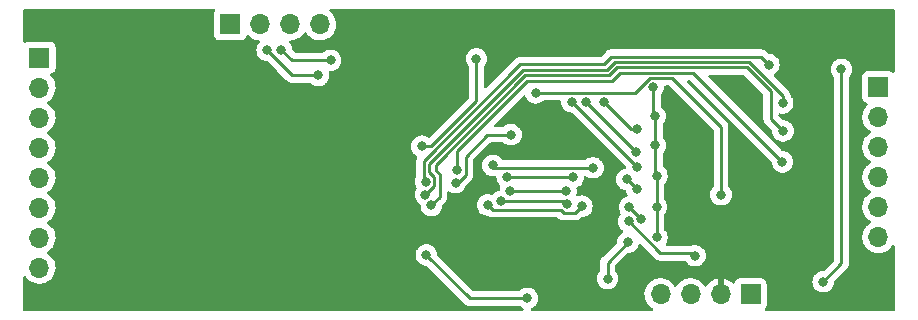
<source format=gbl>
G04 #@! TF.GenerationSoftware,KiCad,Pcbnew,6.0.2+dfsg-1~bpo11+1*
G04 #@! TF.CreationDate,2022-09-15T10:15:18-04:00*
G04 #@! TF.ProjectId,at42qt148_captouch,61743432-7174-4313-9438-5f636170746f,rev?*
G04 #@! TF.SameCoordinates,Original*
G04 #@! TF.FileFunction,Copper,L2,Bot*
G04 #@! TF.FilePolarity,Positive*
%FSLAX46Y46*%
G04 Gerber Fmt 4.6, Leading zero omitted, Abs format (unit mm)*
G04 Created by KiCad (PCBNEW 6.0.2+dfsg-1~bpo11+1) date 2022-09-15 10:15:18*
%MOMM*%
%LPD*%
G01*
G04 APERTURE LIST*
G04 #@! TA.AperFunction,ComponentPad*
%ADD10R,1.700000X1.700000*%
G04 #@! TD*
G04 #@! TA.AperFunction,ComponentPad*
%ADD11O,1.700000X1.700000*%
G04 #@! TD*
G04 #@! TA.AperFunction,ViaPad*
%ADD12C,0.800000*%
G04 #@! TD*
G04 #@! TA.AperFunction,Conductor*
%ADD13C,0.250000*%
G04 #@! TD*
G04 APERTURE END LIST*
D10*
X108700000Y-86645000D03*
D11*
X108700000Y-89185000D03*
X108700000Y-91725000D03*
X108700000Y-94265000D03*
X108700000Y-96805000D03*
X108700000Y-99345000D03*
X108700000Y-101885000D03*
X108700000Y-104425000D03*
D10*
X179725000Y-89125000D03*
D11*
X179725000Y-91665000D03*
X179725000Y-94205000D03*
X179725000Y-96745000D03*
X179725000Y-99285000D03*
X179725000Y-101825000D03*
D10*
X168900000Y-106680000D03*
D11*
X166360000Y-106680000D03*
X163820000Y-106680000D03*
X161280000Y-106680000D03*
D10*
X124850000Y-83820000D03*
D11*
X127390000Y-83820000D03*
X129930000Y-83820000D03*
X132470000Y-83820000D03*
D12*
X155575489Y-95974511D03*
X153900000Y-96750000D03*
X158437500Y-96962500D03*
X158650000Y-99300000D03*
X158587693Y-100512307D03*
X153275000Y-97950000D03*
X154625000Y-99225000D03*
X153375000Y-99075000D03*
X147975000Y-94300000D03*
X148625000Y-93175000D03*
X143850000Y-87000000D03*
X141075000Y-94150000D03*
X145700000Y-86750000D03*
X176600000Y-87650000D03*
X175050000Y-105625000D03*
X143925000Y-97225000D03*
X145237500Y-99237500D03*
X141875000Y-99150000D03*
X141375000Y-98250000D03*
X141400000Y-97150000D03*
X146650000Y-99125000D03*
X159250000Y-92650000D03*
X159200000Y-94625000D03*
X159325000Y-95950000D03*
X156525000Y-90425000D03*
X154950000Y-90375000D03*
X153750000Y-90375000D03*
X171600000Y-95475000D03*
X171650000Y-92850000D03*
X166400000Y-98250000D03*
X150700000Y-89625000D03*
X159275000Y-97800000D03*
X164200000Y-103425000D03*
X159650000Y-100300000D03*
X171625000Y-90475000D03*
X170450000Y-87250000D03*
X147100000Y-95775000D03*
X148300000Y-96750000D03*
X148550000Y-97950000D03*
X147775000Y-98825000D03*
X144050000Y-96200000D03*
X142325000Y-87700000D03*
X150000000Y-107025000D03*
X156800000Y-105350000D03*
X158525000Y-102275000D03*
X166360000Y-104460000D03*
X141450000Y-103350000D03*
X160675000Y-89100000D03*
X160825000Y-91600000D03*
X160850000Y-94075000D03*
X160975000Y-96650000D03*
X160950000Y-99275000D03*
X160975000Y-101875000D03*
X134750000Y-94275000D03*
X133350000Y-86875000D03*
X129175000Y-85975000D03*
X127975000Y-86025000D03*
X132300000Y-88150000D03*
X146525000Y-83825000D03*
X133325000Y-95900000D03*
D13*
X158437500Y-96962500D02*
X159275000Y-97800000D01*
X158650000Y-99300000D02*
X159650000Y-100300000D01*
X158587693Y-100512307D02*
X161275386Y-103200000D01*
X146650000Y-99125000D02*
X147074511Y-99549511D01*
X147074511Y-99549511D02*
X152824511Y-99549511D01*
X154050489Y-99799511D02*
X154625000Y-99225000D01*
X152824511Y-99549511D02*
X153074511Y-99799511D01*
X153074511Y-99799511D02*
X154050489Y-99799511D01*
X147775000Y-98825000D02*
X153125000Y-98825000D01*
X153125000Y-98825000D02*
X153375000Y-99075000D01*
X143925000Y-97225000D02*
X144125000Y-97225000D01*
X144125000Y-97225000D02*
X144774511Y-96575489D01*
X144774511Y-96575489D02*
X144774511Y-95025489D01*
X144774511Y-95025489D02*
X146625000Y-93175000D01*
X146625000Y-93175000D02*
X148625000Y-93175000D01*
X145700000Y-90314283D02*
X141864283Y-94150000D01*
X145700000Y-86750000D02*
X145700000Y-90314283D01*
X141864283Y-94150000D02*
X141075000Y-94150000D01*
X175050000Y-105625000D02*
X176600000Y-104075000D01*
X176600000Y-104075000D02*
X176600000Y-87650000D01*
X168590731Y-87476449D02*
X170625000Y-89510718D01*
X142574031Y-98450969D02*
X141875000Y-99150000D01*
X168590731Y-87476449D02*
X157573551Y-87476449D01*
X142275000Y-95700000D02*
X142275000Y-96239282D01*
X157573551Y-87476449D02*
X156900960Y-88149040D01*
X156900960Y-88149040D02*
X149825960Y-88149040D01*
X149825960Y-88149040D02*
X142275000Y-95700000D01*
X142275000Y-96239282D02*
X142574031Y-96538314D01*
X142574031Y-96538314D02*
X142574031Y-98450969D01*
X142124511Y-96724511D02*
X142124511Y-97500489D01*
X141700489Y-96300489D02*
X142124511Y-96724511D01*
X141700489Y-95638793D02*
X141700489Y-96300489D01*
X142124511Y-97500489D02*
X141375000Y-98250000D01*
X141250969Y-95399031D02*
X141250969Y-97000969D01*
X141250969Y-97000969D02*
X141400000Y-97150000D01*
X153750000Y-90375000D02*
X159325000Y-95950000D01*
X154950000Y-90375000D02*
X159200000Y-94625000D01*
X156525000Y-90425000D02*
X158750000Y-92650000D01*
X158750000Y-92650000D02*
X159250000Y-92650000D01*
X149424521Y-87225480D02*
X156475000Y-87225480D01*
X141250969Y-95399031D02*
X149424521Y-87225480D01*
X156475000Y-87225480D02*
X157123070Y-86577410D01*
X157123070Y-86577410D02*
X169777410Y-86577410D01*
X169777410Y-86577410D02*
X170450000Y-87250000D01*
X157387354Y-87026929D02*
X168776929Y-87026929D01*
X141700489Y-95638793D02*
X144464282Y-92875000D01*
X144464282Y-92875000D02*
X144464282Y-92821436D01*
X144464282Y-92821436D02*
X149610718Y-87675000D01*
X149610718Y-87675000D02*
X156739282Y-87675000D01*
X171625000Y-89875000D02*
X171625000Y-90475000D01*
X156739282Y-87675000D02*
X157387354Y-87026929D01*
X168776929Y-87026929D02*
X171625000Y-89875000D01*
X144050000Y-96200000D02*
X144050000Y-94560718D01*
X144050000Y-94560718D02*
X150012158Y-88598560D01*
X150012158Y-88598560D02*
X157150000Y-88598560D01*
X157150000Y-88598560D02*
X157822591Y-87925969D01*
X157822591Y-87925969D02*
X164050969Y-87925969D01*
X164050969Y-87925969D02*
X171600000Y-95475000D01*
X162275489Y-88375489D02*
X166400000Y-92500000D01*
X150700000Y-89625000D02*
X159125386Y-89625000D01*
X159125386Y-89625000D02*
X160374897Y-88375489D01*
X166400000Y-92500000D02*
X166400000Y-98250000D01*
X160374897Y-88375489D02*
X162275489Y-88375489D01*
X148550000Y-97950000D02*
X153275000Y-97950000D01*
X161275386Y-103200000D02*
X163975000Y-103200000D01*
X163975000Y-103200000D02*
X164200000Y-103425000D01*
X148300000Y-96750000D02*
X153900000Y-96750000D01*
X147299511Y-95974511D02*
X155575489Y-95974511D01*
X147100000Y-95775000D02*
X147299511Y-95974511D01*
X170625000Y-89510718D02*
X170625000Y-91825000D01*
X170625000Y-91825000D02*
X171650000Y-92850000D01*
X150000000Y-107025000D02*
X145125000Y-107025000D01*
X145125000Y-107025000D02*
X141450000Y-103350000D01*
X156800000Y-104000000D02*
X156800000Y-105350000D01*
X158525000Y-102275000D02*
X156800000Y-104000000D01*
X160950000Y-99275000D02*
X160950000Y-101850000D01*
X160950000Y-101850000D02*
X160975000Y-101875000D01*
X160975000Y-96650000D02*
X160975000Y-99250000D01*
X160975000Y-99250000D02*
X160950000Y-99275000D01*
X160850000Y-94075000D02*
X160850000Y-96525000D01*
X160850000Y-96525000D02*
X160975000Y-96650000D01*
X160825000Y-91600000D02*
X160825000Y-94050000D01*
X160825000Y-94050000D02*
X160850000Y-94075000D01*
X160675000Y-89100000D02*
X160675000Y-91450000D01*
X160675000Y-91450000D02*
X160825000Y-91600000D01*
X129175000Y-85975000D02*
X130075000Y-86875000D01*
X130075000Y-86875000D02*
X133350000Y-86875000D01*
X127975000Y-86025000D02*
X130100000Y-88150000D01*
X130100000Y-88150000D02*
X132300000Y-88150000D01*
G04 #@! TA.AperFunction,Conductor*
G36*
X123526970Y-82528002D02*
G01*
X123573463Y-82581658D01*
X123583567Y-82651932D01*
X123559675Y-82709565D01*
X123549385Y-82723295D01*
X123498255Y-82859684D01*
X123491500Y-82921866D01*
X123491500Y-84718134D01*
X123498255Y-84780316D01*
X123549385Y-84916705D01*
X123636739Y-85033261D01*
X123753295Y-85120615D01*
X123889684Y-85171745D01*
X123951866Y-85178500D01*
X125748134Y-85178500D01*
X125810316Y-85171745D01*
X125946705Y-85120615D01*
X126063261Y-85033261D01*
X126150615Y-84916705D01*
X126170309Y-84864171D01*
X126194598Y-84799382D01*
X126237240Y-84742618D01*
X126303802Y-84717918D01*
X126373150Y-84733126D01*
X126407817Y-84761114D01*
X126436250Y-84793938D01*
X126608126Y-84936632D01*
X126801000Y-85049338D01*
X127009692Y-85129030D01*
X127014760Y-85130061D01*
X127014763Y-85130062D01*
X127113096Y-85150068D01*
X127228597Y-85173567D01*
X127233772Y-85173757D01*
X127233774Y-85173757D01*
X127240431Y-85174001D01*
X127307773Y-85196486D01*
X127352268Y-85251810D01*
X127359789Y-85322407D01*
X127329449Y-85384226D01*
X127235960Y-85488056D01*
X127140473Y-85653444D01*
X127081458Y-85835072D01*
X127080768Y-85841633D01*
X127080768Y-85841635D01*
X127063597Y-86005014D01*
X127061496Y-86025000D01*
X127062186Y-86031565D01*
X127080332Y-86204211D01*
X127081458Y-86214928D01*
X127140473Y-86396556D01*
X127235960Y-86561944D01*
X127240378Y-86566851D01*
X127240379Y-86566852D01*
X127333784Y-86670589D01*
X127363747Y-86703866D01*
X127436281Y-86756565D01*
X127473892Y-86783891D01*
X127518248Y-86816118D01*
X127524276Y-86818802D01*
X127524278Y-86818803D01*
X127686681Y-86891109D01*
X127692712Y-86893794D01*
X127786113Y-86913647D01*
X127873056Y-86932128D01*
X127873061Y-86932128D01*
X127879513Y-86933500D01*
X127935406Y-86933500D01*
X128003527Y-86953502D01*
X128024501Y-86970405D01*
X128820595Y-87766500D01*
X129596348Y-88542253D01*
X129603888Y-88550539D01*
X129608000Y-88557018D01*
X129613777Y-88562443D01*
X129657651Y-88603643D01*
X129660493Y-88606398D01*
X129680230Y-88626135D01*
X129683427Y-88628615D01*
X129692447Y-88636318D01*
X129724679Y-88666586D01*
X129731625Y-88670405D01*
X129731628Y-88670407D01*
X129742434Y-88676348D01*
X129758953Y-88687199D01*
X129774959Y-88699614D01*
X129782228Y-88702759D01*
X129782232Y-88702762D01*
X129815537Y-88717174D01*
X129826187Y-88722391D01*
X129864940Y-88743695D01*
X129872615Y-88745666D01*
X129872616Y-88745666D01*
X129884562Y-88748733D01*
X129903267Y-88755137D01*
X129921855Y-88763181D01*
X129929678Y-88764420D01*
X129929688Y-88764423D01*
X129965524Y-88770099D01*
X129977144Y-88772505D01*
X130012289Y-88781528D01*
X130019970Y-88783500D01*
X130040224Y-88783500D01*
X130059934Y-88785051D01*
X130079943Y-88788220D01*
X130087835Y-88787474D01*
X130123961Y-88784059D01*
X130135819Y-88783500D01*
X131591800Y-88783500D01*
X131659921Y-88803502D01*
X131679147Y-88819843D01*
X131679420Y-88819540D01*
X131684332Y-88823963D01*
X131688747Y-88828866D01*
X131710329Y-88844546D01*
X131827354Y-88929570D01*
X131843248Y-88941118D01*
X131849276Y-88943802D01*
X131849278Y-88943803D01*
X132010385Y-89015532D01*
X132017712Y-89018794D01*
X132111112Y-89038647D01*
X132198056Y-89057128D01*
X132198061Y-89057128D01*
X132204513Y-89058500D01*
X132395487Y-89058500D01*
X132401939Y-89057128D01*
X132401944Y-89057128D01*
X132488888Y-89038647D01*
X132582288Y-89018794D01*
X132589615Y-89015532D01*
X132750722Y-88943803D01*
X132750724Y-88943802D01*
X132756752Y-88941118D01*
X132772647Y-88929570D01*
X132885512Y-88847568D01*
X132911253Y-88828866D01*
X132947851Y-88788220D01*
X133034621Y-88691852D01*
X133034622Y-88691851D01*
X133039040Y-88686944D01*
X133134527Y-88521556D01*
X133193542Y-88339928D01*
X133195107Y-88325044D01*
X133212814Y-88156565D01*
X133213504Y-88150000D01*
X133208116Y-88098738D01*
X133194232Y-87966635D01*
X133194232Y-87966633D01*
X133193542Y-87960072D01*
X133191503Y-87953797D01*
X133191502Y-87953792D01*
X133189762Y-87948438D01*
X133187733Y-87877471D01*
X133224394Y-87816672D01*
X133288106Y-87785346D01*
X133309594Y-87783500D01*
X133445487Y-87783500D01*
X133451939Y-87782128D01*
X133451944Y-87782128D01*
X133538888Y-87763647D01*
X133632288Y-87743794D01*
X133655865Y-87733297D01*
X133800722Y-87668803D01*
X133800724Y-87668802D01*
X133806752Y-87666118D01*
X133828937Y-87650000D01*
X133901251Y-87597460D01*
X133961253Y-87553866D01*
X133965675Y-87548955D01*
X134084621Y-87416852D01*
X134084622Y-87416851D01*
X134089040Y-87411944D01*
X134164510Y-87281226D01*
X134181223Y-87252279D01*
X134181224Y-87252278D01*
X134184527Y-87246556D01*
X134243542Y-87064928D01*
X134257356Y-86933500D01*
X134262814Y-86881565D01*
X134263504Y-86875000D01*
X134251056Y-86756565D01*
X134244232Y-86691635D01*
X134244232Y-86691633D01*
X134243542Y-86685072D01*
X134184527Y-86503444D01*
X134089040Y-86338056D01*
X133972071Y-86208148D01*
X133965675Y-86201045D01*
X133965674Y-86201044D01*
X133961253Y-86196134D01*
X133845368Y-86111938D01*
X133812094Y-86087763D01*
X133812093Y-86087762D01*
X133806752Y-86083882D01*
X133800724Y-86081198D01*
X133800722Y-86081197D01*
X133638319Y-86008891D01*
X133638318Y-86008891D01*
X133632288Y-86006206D01*
X133526477Y-85983715D01*
X133451944Y-85967872D01*
X133451939Y-85967872D01*
X133445487Y-85966500D01*
X133254513Y-85966500D01*
X133248061Y-85967872D01*
X133248056Y-85967872D01*
X133173523Y-85983715D01*
X133067712Y-86006206D01*
X133061682Y-86008891D01*
X133061681Y-86008891D01*
X132899278Y-86081197D01*
X132899276Y-86081198D01*
X132893248Y-86083882D01*
X132887907Y-86087762D01*
X132887906Y-86087763D01*
X132774178Y-86170392D01*
X132738747Y-86196134D01*
X132734332Y-86201037D01*
X132729420Y-86205460D01*
X132728295Y-86204211D01*
X132674986Y-86237051D01*
X132641800Y-86241500D01*
X130389595Y-86241500D01*
X130321474Y-86221498D01*
X130300500Y-86204595D01*
X130122122Y-86026217D01*
X130088096Y-85963905D01*
X130085907Y-85950292D01*
X130085388Y-85945349D01*
X130068542Y-85785072D01*
X130009527Y-85603444D01*
X129914040Y-85438056D01*
X129871831Y-85391178D01*
X129841115Y-85327172D01*
X129849880Y-85256719D01*
X129895343Y-85202188D01*
X129970087Y-85180955D01*
X129980804Y-85181348D01*
X129986675Y-85181564D01*
X129986678Y-85181564D01*
X129991837Y-85181753D01*
X129996957Y-85181097D01*
X129996959Y-85181097D01*
X130208288Y-85154025D01*
X130208289Y-85154025D01*
X130213416Y-85153368D01*
X130218366Y-85151883D01*
X130422429Y-85090661D01*
X130422434Y-85090659D01*
X130427384Y-85089174D01*
X130627994Y-84990896D01*
X130809860Y-84861173D01*
X130968096Y-84703489D01*
X131098453Y-84522077D01*
X131099776Y-84523028D01*
X131146645Y-84479857D01*
X131216580Y-84467625D01*
X131282026Y-84495144D01*
X131309875Y-84526994D01*
X131369987Y-84625088D01*
X131516250Y-84793938D01*
X131688126Y-84936632D01*
X131881000Y-85049338D01*
X132089692Y-85129030D01*
X132094760Y-85130061D01*
X132094763Y-85130062D01*
X132193096Y-85150068D01*
X132308597Y-85173567D01*
X132313772Y-85173757D01*
X132313774Y-85173757D01*
X132526673Y-85181564D01*
X132526677Y-85181564D01*
X132531837Y-85181753D01*
X132536957Y-85181097D01*
X132536959Y-85181097D01*
X132748288Y-85154025D01*
X132748289Y-85154025D01*
X132753416Y-85153368D01*
X132758366Y-85151883D01*
X132962429Y-85090661D01*
X132962434Y-85090659D01*
X132967384Y-85089174D01*
X133167994Y-84990896D01*
X133349860Y-84861173D01*
X133508096Y-84703489D01*
X133638453Y-84522077D01*
X133659320Y-84479857D01*
X133735136Y-84326453D01*
X133735137Y-84326451D01*
X133737430Y-84321811D01*
X133802370Y-84108069D01*
X133831529Y-83886590D01*
X133833156Y-83820000D01*
X133814852Y-83597361D01*
X133760431Y-83380702D01*
X133671354Y-83175840D01*
X133550014Y-82988277D01*
X133399670Y-82823051D01*
X133395619Y-82819852D01*
X133395615Y-82819848D01*
X133285497Y-82732882D01*
X133244434Y-82674964D01*
X133241202Y-82604041D01*
X133276828Y-82542630D01*
X133339999Y-82510228D01*
X133363589Y-82508000D01*
X180991000Y-82508000D01*
X181059121Y-82528002D01*
X181105614Y-82581658D01*
X181117000Y-82634000D01*
X181117000Y-87793806D01*
X181096998Y-87861927D01*
X181043342Y-87908420D01*
X180973068Y-87918524D01*
X180915435Y-87894632D01*
X180871797Y-87861927D01*
X180821705Y-87824385D01*
X180685316Y-87773255D01*
X180623134Y-87766500D01*
X178826866Y-87766500D01*
X178764684Y-87773255D01*
X178628295Y-87824385D01*
X178511739Y-87911739D01*
X178424385Y-88028295D01*
X178373255Y-88164684D01*
X178366500Y-88226866D01*
X178366500Y-90023134D01*
X178373255Y-90085316D01*
X178424385Y-90221705D01*
X178511739Y-90338261D01*
X178628295Y-90425615D01*
X178636704Y-90428767D01*
X178636705Y-90428768D01*
X178745451Y-90469535D01*
X178802216Y-90512176D01*
X178826916Y-90578738D01*
X178811709Y-90648087D01*
X178792316Y-90674568D01*
X178718054Y-90752279D01*
X178665629Y-90807138D01*
X178539743Y-90991680D01*
X178496152Y-91085590D01*
X178457526Y-91168803D01*
X178445688Y-91194305D01*
X178385989Y-91409570D01*
X178362251Y-91631695D01*
X178362548Y-91636848D01*
X178362548Y-91636851D01*
X178370996Y-91783365D01*
X178375110Y-91854715D01*
X178376247Y-91859761D01*
X178376248Y-91859767D01*
X178392639Y-91932497D01*
X178424222Y-92072639D01*
X178465052Y-92173192D01*
X178488397Y-92230683D01*
X178508266Y-92279616D01*
X178550826Y-92349068D01*
X178610192Y-92445944D01*
X178624987Y-92470088D01*
X178771250Y-92638938D01*
X178918610Y-92761279D01*
X178924506Y-92766173D01*
X178943126Y-92781632D01*
X178999534Y-92814594D01*
X179016445Y-92824476D01*
X179065169Y-92876114D01*
X179078240Y-92945897D01*
X179051509Y-93011669D01*
X179011055Y-93045027D01*
X178998607Y-93051507D01*
X178994474Y-93054610D01*
X178994471Y-93054612D01*
X178824100Y-93182530D01*
X178819965Y-93185635D01*
X178665629Y-93347138D01*
X178662715Y-93351410D01*
X178662714Y-93351411D01*
X178627249Y-93403401D01*
X178539743Y-93531680D01*
X178496152Y-93625590D01*
X178453953Y-93716500D01*
X178445688Y-93734305D01*
X178385989Y-93949570D01*
X178362251Y-94171695D01*
X178362548Y-94176848D01*
X178362548Y-94176851D01*
X178368011Y-94271590D01*
X178375110Y-94394715D01*
X178376247Y-94399761D01*
X178376248Y-94399767D01*
X178386793Y-94446556D01*
X178424222Y-94612639D01*
X178508266Y-94819616D01*
X178537837Y-94867872D01*
X178616695Y-94996556D01*
X178624987Y-95010088D01*
X178771250Y-95178938D01*
X178881441Y-95270420D01*
X178924506Y-95306173D01*
X178943126Y-95321632D01*
X178990257Y-95349173D01*
X179016445Y-95364476D01*
X179065169Y-95416114D01*
X179078240Y-95485897D01*
X179051509Y-95551669D01*
X179011055Y-95585027D01*
X178998607Y-95591507D01*
X178994474Y-95594610D01*
X178994471Y-95594612D01*
X178824100Y-95722530D01*
X178819965Y-95725635D01*
X178757361Y-95791146D01*
X178718054Y-95832279D01*
X178665629Y-95887138D01*
X178662715Y-95891410D01*
X178662714Y-95891411D01*
X178609924Y-95968798D01*
X178539743Y-96071680D01*
X178496686Y-96164439D01*
X178451290Y-96262237D01*
X178445688Y-96274305D01*
X178385989Y-96489570D01*
X178362251Y-96711695D01*
X178362548Y-96716848D01*
X178362548Y-96716851D01*
X178370800Y-96859962D01*
X178375110Y-96934715D01*
X178376247Y-96939761D01*
X178376248Y-96939767D01*
X178388632Y-96994715D01*
X178424222Y-97152639D01*
X178471152Y-97268214D01*
X178500272Y-97339928D01*
X178508266Y-97359616D01*
X178510965Y-97364020D01*
X178621136Y-97543803D01*
X178624987Y-97550088D01*
X178771250Y-97718938D01*
X178852235Y-97786173D01*
X178924506Y-97846173D01*
X178943126Y-97861632D01*
X178982652Y-97884729D01*
X179016445Y-97904476D01*
X179065169Y-97956114D01*
X179078240Y-98025897D01*
X179051509Y-98091669D01*
X179011055Y-98125027D01*
X178998607Y-98131507D01*
X178994474Y-98134610D01*
X178994471Y-98134612D01*
X178824100Y-98262530D01*
X178819965Y-98265635D01*
X178665629Y-98427138D01*
X178662715Y-98431410D01*
X178662714Y-98431411D01*
X178627694Y-98482749D01*
X178539743Y-98611680D01*
X178496152Y-98705590D01*
X178458389Y-98786944D01*
X178445688Y-98814305D01*
X178385989Y-99029570D01*
X178362251Y-99251695D01*
X178362548Y-99256848D01*
X178362548Y-99256851D01*
X178365897Y-99314928D01*
X178375110Y-99474715D01*
X178376247Y-99479761D01*
X178376248Y-99479767D01*
X178385666Y-99521556D01*
X178424222Y-99692639D01*
X178508266Y-99899616D01*
X178520024Y-99918803D01*
X178619194Y-100080634D01*
X178624987Y-100090088D01*
X178771250Y-100258938D01*
X178860549Y-100333075D01*
X178924506Y-100386173D01*
X178943126Y-100401632D01*
X178996825Y-100433011D01*
X179016445Y-100444476D01*
X179065169Y-100496114D01*
X179078240Y-100565897D01*
X179051509Y-100631669D01*
X179011055Y-100665027D01*
X178998607Y-100671507D01*
X178994474Y-100674610D01*
X178994471Y-100674612D01*
X178824100Y-100802530D01*
X178819965Y-100805635D01*
X178754346Y-100874301D01*
X178713057Y-100917508D01*
X178665629Y-100967138D01*
X178539743Y-101151680D01*
X178496152Y-101245590D01*
X178453231Y-101338056D01*
X178445688Y-101354305D01*
X178385989Y-101569570D01*
X178362251Y-101791695D01*
X178362548Y-101796848D01*
X178362548Y-101796851D01*
X178366676Y-101868435D01*
X178375110Y-102014715D01*
X178376247Y-102019761D01*
X178376248Y-102019767D01*
X178384947Y-102058365D01*
X178424222Y-102232639D01*
X178462220Y-102326217D01*
X178501344Y-102422568D01*
X178508266Y-102439616D01*
X178510965Y-102444020D01*
X178610192Y-102605944D01*
X178624987Y-102630088D01*
X178771250Y-102798938D01*
X178885481Y-102893774D01*
X178924506Y-102926173D01*
X178943126Y-102941632D01*
X179136000Y-103054338D01*
X179140825Y-103056180D01*
X179140826Y-103056181D01*
X179173880Y-103068803D01*
X179344692Y-103134030D01*
X179349760Y-103135061D01*
X179349763Y-103135062D01*
X179443555Y-103154144D01*
X179563597Y-103178567D01*
X179568772Y-103178757D01*
X179568774Y-103178757D01*
X179781673Y-103186564D01*
X179781677Y-103186564D01*
X179786837Y-103186753D01*
X179791957Y-103186097D01*
X179791959Y-103186097D01*
X180003288Y-103159025D01*
X180003289Y-103159025D01*
X180008416Y-103158368D01*
X180013366Y-103156883D01*
X180217429Y-103095661D01*
X180217434Y-103095659D01*
X180222384Y-103094174D01*
X180422994Y-102995896D01*
X180604860Y-102866173D01*
X180612121Y-102858938D01*
X180759435Y-102712137D01*
X180763096Y-102708489D01*
X180773515Y-102693990D01*
X180888677Y-102533724D01*
X180944672Y-102490076D01*
X181015375Y-102483630D01*
X181078340Y-102516433D01*
X181113574Y-102578069D01*
X181117000Y-102607250D01*
X181117000Y-107966000D01*
X181096998Y-108034121D01*
X181043342Y-108080614D01*
X180991000Y-108092000D01*
X170216205Y-108092000D01*
X170148084Y-108071998D01*
X170101591Y-108018342D01*
X170091487Y-107948068D01*
X170115379Y-107890435D01*
X170141282Y-107855873D01*
X170200615Y-107776705D01*
X170251745Y-107640316D01*
X170258500Y-107578134D01*
X170258500Y-105781866D01*
X170251745Y-105719684D01*
X170216250Y-105625000D01*
X174136496Y-105625000D01*
X174137186Y-105631565D01*
X174153197Y-105783898D01*
X174156458Y-105814928D01*
X174215473Y-105996556D01*
X174218776Y-106002278D01*
X174218777Y-106002279D01*
X174221318Y-106006680D01*
X174310960Y-106161944D01*
X174315378Y-106166851D01*
X174315379Y-106166852D01*
X174375733Y-106233882D01*
X174438747Y-106303866D01*
X174593248Y-106416118D01*
X174599276Y-106418802D01*
X174599278Y-106418803D01*
X174754824Y-106488056D01*
X174767712Y-106493794D01*
X174861113Y-106513647D01*
X174948056Y-106532128D01*
X174948061Y-106532128D01*
X174954513Y-106533500D01*
X175145487Y-106533500D01*
X175151939Y-106532128D01*
X175151944Y-106532128D01*
X175238887Y-106513647D01*
X175332288Y-106493794D01*
X175345176Y-106488056D01*
X175500722Y-106418803D01*
X175500724Y-106418802D01*
X175506752Y-106416118D01*
X175661253Y-106303866D01*
X175724267Y-106233882D01*
X175784621Y-106166852D01*
X175784622Y-106166851D01*
X175789040Y-106161944D01*
X175878682Y-106006680D01*
X175881223Y-106002279D01*
X175881224Y-106002278D01*
X175884527Y-105996556D01*
X175943542Y-105814928D01*
X175960907Y-105649706D01*
X175987920Y-105584050D01*
X175997122Y-105573782D01*
X176482849Y-105088056D01*
X176992253Y-104578652D01*
X177000539Y-104571112D01*
X177007018Y-104567000D01*
X177053644Y-104517348D01*
X177056398Y-104514507D01*
X177076135Y-104494770D01*
X177078615Y-104491573D01*
X177086320Y-104482551D01*
X177111159Y-104456100D01*
X177116586Y-104450321D01*
X177120405Y-104443375D01*
X177120407Y-104443372D01*
X177126348Y-104432566D01*
X177137199Y-104416047D01*
X177144758Y-104406301D01*
X177149614Y-104400041D01*
X177152759Y-104392772D01*
X177152762Y-104392768D01*
X177167174Y-104359463D01*
X177172391Y-104348813D01*
X177193695Y-104310060D01*
X177198733Y-104290437D01*
X177205137Y-104271734D01*
X177210033Y-104260420D01*
X177210033Y-104260419D01*
X177213181Y-104253145D01*
X177214420Y-104245322D01*
X177214423Y-104245312D01*
X177220099Y-104209476D01*
X177222505Y-104197856D01*
X177231528Y-104162711D01*
X177231528Y-104162710D01*
X177233500Y-104155030D01*
X177233500Y-104134776D01*
X177235051Y-104115065D01*
X177236980Y-104102886D01*
X177238220Y-104095057D01*
X177234059Y-104051038D01*
X177233500Y-104039181D01*
X177233500Y-88352524D01*
X177253502Y-88284403D01*
X177265858Y-88268221D01*
X177339040Y-88186944D01*
X177423233Y-88041118D01*
X177431223Y-88027279D01*
X177431224Y-88027278D01*
X177434527Y-88021556D01*
X177493542Y-87839928D01*
X177513504Y-87650000D01*
X177493542Y-87460072D01*
X177434527Y-87278444D01*
X177416117Y-87246556D01*
X177397314Y-87213990D01*
X177339040Y-87113056D01*
X177297243Y-87066635D01*
X177215675Y-86976045D01*
X177215674Y-86976044D01*
X177211253Y-86971134D01*
X177104804Y-86893794D01*
X177062094Y-86862763D01*
X177062093Y-86862762D01*
X177056752Y-86858882D01*
X177050724Y-86856198D01*
X177050722Y-86856197D01*
X176888319Y-86783891D01*
X176888318Y-86783891D01*
X176882288Y-86781206D01*
X176766362Y-86756565D01*
X176701944Y-86742872D01*
X176701939Y-86742872D01*
X176695487Y-86741500D01*
X176504513Y-86741500D01*
X176498061Y-86742872D01*
X176498056Y-86742872D01*
X176433638Y-86756565D01*
X176317712Y-86781206D01*
X176311682Y-86783891D01*
X176311681Y-86783891D01*
X176149278Y-86856197D01*
X176149276Y-86856198D01*
X176143248Y-86858882D01*
X176137907Y-86862762D01*
X176137906Y-86862763D01*
X176095196Y-86893794D01*
X175988747Y-86971134D01*
X175984326Y-86976044D01*
X175984325Y-86976045D01*
X175902758Y-87066635D01*
X175860960Y-87113056D01*
X175802686Y-87213990D01*
X175783884Y-87246556D01*
X175765473Y-87278444D01*
X175706458Y-87460072D01*
X175686496Y-87650000D01*
X175706458Y-87839928D01*
X175765473Y-88021556D01*
X175768776Y-88027278D01*
X175768777Y-88027279D01*
X175776767Y-88041118D01*
X175860960Y-88186944D01*
X175934137Y-88268215D01*
X175964853Y-88332221D01*
X175966500Y-88352524D01*
X175966500Y-103760405D01*
X175946498Y-103828526D01*
X175929595Y-103849501D01*
X175099499Y-104679596D01*
X175037187Y-104713621D01*
X175010404Y-104716500D01*
X174954513Y-104716500D01*
X174948061Y-104717872D01*
X174948056Y-104717872D01*
X174861113Y-104736353D01*
X174767712Y-104756206D01*
X174761682Y-104758891D01*
X174761681Y-104758891D01*
X174599278Y-104831197D01*
X174599276Y-104831198D01*
X174593248Y-104833882D01*
X174438747Y-104946134D01*
X174434326Y-104951044D01*
X174434325Y-104951045D01*
X174354576Y-105039616D01*
X174310960Y-105088056D01*
X174252686Y-105188990D01*
X174222561Y-105241168D01*
X174215473Y-105253444D01*
X174156458Y-105435072D01*
X174155768Y-105441633D01*
X174155768Y-105441635D01*
X174145437Y-105539928D01*
X174136496Y-105625000D01*
X170216250Y-105625000D01*
X170200615Y-105583295D01*
X170113261Y-105466739D01*
X169996705Y-105379385D01*
X169860316Y-105328255D01*
X169798134Y-105321500D01*
X168001866Y-105321500D01*
X167939684Y-105328255D01*
X167803295Y-105379385D01*
X167686739Y-105466739D01*
X167599385Y-105583295D01*
X167596233Y-105591703D01*
X167596232Y-105591705D01*
X167554722Y-105702433D01*
X167512081Y-105759198D01*
X167445519Y-105783898D01*
X167376170Y-105768691D01*
X167343546Y-105743004D01*
X167292799Y-105687234D01*
X167285273Y-105680215D01*
X167118139Y-105548222D01*
X167109552Y-105542517D01*
X166923117Y-105439599D01*
X166913705Y-105435369D01*
X166712959Y-105364280D01*
X166702988Y-105361646D01*
X166631837Y-105348972D01*
X166618540Y-105350432D01*
X166614000Y-105364989D01*
X166614000Y-106808000D01*
X166593998Y-106876121D01*
X166540342Y-106922614D01*
X166488000Y-106934000D01*
X166232000Y-106934000D01*
X166163879Y-106913998D01*
X166117386Y-106860342D01*
X166106000Y-106808000D01*
X166106000Y-105363102D01*
X166102082Y-105349758D01*
X166087806Y-105347771D01*
X166049324Y-105353660D01*
X166039288Y-105356051D01*
X165836868Y-105422212D01*
X165827359Y-105426209D01*
X165638463Y-105524542D01*
X165629738Y-105530036D01*
X165459433Y-105657905D01*
X165451726Y-105664748D01*
X165304590Y-105818717D01*
X165298109Y-105826722D01*
X165193498Y-105980074D01*
X165138587Y-106025076D01*
X165068062Y-106033247D01*
X165004315Y-106001993D01*
X164983618Y-105977509D01*
X164902822Y-105852617D01*
X164902820Y-105852614D01*
X164900014Y-105848277D01*
X164749670Y-105683051D01*
X164745619Y-105679852D01*
X164745615Y-105679848D01*
X164578414Y-105547800D01*
X164578410Y-105547798D01*
X164574359Y-105544598D01*
X164565900Y-105539928D01*
X164522136Y-105515769D01*
X164378789Y-105436638D01*
X164373920Y-105434914D01*
X164373916Y-105434912D01*
X164173087Y-105363795D01*
X164173083Y-105363794D01*
X164168212Y-105362069D01*
X164163119Y-105361162D01*
X164163116Y-105361161D01*
X163953373Y-105323800D01*
X163953367Y-105323799D01*
X163948284Y-105322894D01*
X163874452Y-105321992D01*
X163730081Y-105320228D01*
X163730079Y-105320228D01*
X163724911Y-105320165D01*
X163504091Y-105353955D01*
X163291756Y-105423357D01*
X163093607Y-105526507D01*
X163089474Y-105529610D01*
X163089471Y-105529612D01*
X162920897Y-105656181D01*
X162914965Y-105660635D01*
X162760629Y-105822138D01*
X162653201Y-105979621D01*
X162598293Y-106024621D01*
X162527768Y-106032792D01*
X162464021Y-106001538D01*
X162443324Y-105977054D01*
X162362822Y-105852617D01*
X162362820Y-105852614D01*
X162360014Y-105848277D01*
X162209670Y-105683051D01*
X162205619Y-105679852D01*
X162205615Y-105679848D01*
X162038414Y-105547800D01*
X162038410Y-105547798D01*
X162034359Y-105544598D01*
X162025900Y-105539928D01*
X161982136Y-105515769D01*
X161838789Y-105436638D01*
X161833920Y-105434914D01*
X161833916Y-105434912D01*
X161633087Y-105363795D01*
X161633083Y-105363794D01*
X161628212Y-105362069D01*
X161623119Y-105361162D01*
X161623116Y-105361161D01*
X161413373Y-105323800D01*
X161413367Y-105323799D01*
X161408284Y-105322894D01*
X161334452Y-105321992D01*
X161190081Y-105320228D01*
X161190079Y-105320228D01*
X161184911Y-105320165D01*
X160964091Y-105353955D01*
X160751756Y-105423357D01*
X160553607Y-105526507D01*
X160549474Y-105529610D01*
X160549471Y-105529612D01*
X160380897Y-105656181D01*
X160374965Y-105660635D01*
X160220629Y-105822138D01*
X160094743Y-106006680D01*
X160047716Y-106107992D01*
X160025336Y-106156206D01*
X160000688Y-106209305D01*
X159940989Y-106424570D01*
X159917251Y-106646695D01*
X159917548Y-106651848D01*
X159917548Y-106651851D01*
X159928491Y-106841635D01*
X159930110Y-106869715D01*
X159931247Y-106874761D01*
X159931248Y-106874767D01*
X159942031Y-106922614D01*
X159979222Y-107087639D01*
X160063266Y-107294616D01*
X160114942Y-107378944D01*
X160177291Y-107480688D01*
X160179987Y-107485088D01*
X160326250Y-107653938D01*
X160498126Y-107796632D01*
X160600529Y-107856471D01*
X160601797Y-107857212D01*
X160650521Y-107908850D01*
X160663592Y-107978633D01*
X160636861Y-108044405D01*
X160578814Y-108085284D01*
X160538227Y-108092000D01*
X150429895Y-108092000D01*
X150361774Y-108071998D01*
X150315281Y-108018342D01*
X150305177Y-107948068D01*
X150334671Y-107883488D01*
X150378646Y-107850893D01*
X150450722Y-107818803D01*
X150450724Y-107818802D01*
X150456752Y-107816118D01*
X150480546Y-107798831D01*
X150522572Y-107768297D01*
X150611253Y-107703866D01*
X150647851Y-107663220D01*
X150734621Y-107566852D01*
X150734622Y-107566851D01*
X150739040Y-107561944D01*
X150834527Y-107396556D01*
X150893542Y-107214928D01*
X150906418Y-107092425D01*
X150912814Y-107031565D01*
X150913504Y-107025000D01*
X150901837Y-106913998D01*
X150894232Y-106841635D01*
X150894232Y-106841633D01*
X150893542Y-106835072D01*
X150834527Y-106653444D01*
X150830631Y-106646695D01*
X150742341Y-106493774D01*
X150739040Y-106488056D01*
X150686503Y-106429707D01*
X150615675Y-106351045D01*
X150615674Y-106351044D01*
X150611253Y-106346134D01*
X150456752Y-106233882D01*
X150450724Y-106231198D01*
X150450722Y-106231197D01*
X150288319Y-106158891D01*
X150288318Y-106158891D01*
X150282288Y-106156206D01*
X150188888Y-106136353D01*
X150101944Y-106117872D01*
X150101939Y-106117872D01*
X150095487Y-106116500D01*
X149904513Y-106116500D01*
X149898061Y-106117872D01*
X149898056Y-106117872D01*
X149811112Y-106136353D01*
X149717712Y-106156206D01*
X149711682Y-106158891D01*
X149711681Y-106158891D01*
X149549278Y-106231197D01*
X149549276Y-106231198D01*
X149543248Y-106233882D01*
X149388747Y-106346134D01*
X149384332Y-106351037D01*
X149379420Y-106355460D01*
X149378295Y-106354211D01*
X149324986Y-106387051D01*
X149291800Y-106391500D01*
X145439594Y-106391500D01*
X145371473Y-106371498D01*
X145350499Y-106354595D01*
X142397122Y-103401217D01*
X142363096Y-103338905D01*
X142360907Y-103325292D01*
X142344232Y-103166635D01*
X142344232Y-103166633D01*
X142343542Y-103160072D01*
X142284527Y-102978444D01*
X142267502Y-102948955D01*
X142192341Y-102818774D01*
X142189040Y-102813056D01*
X142152197Y-102772137D01*
X142065675Y-102676045D01*
X142065674Y-102676044D01*
X142061253Y-102671134D01*
X141906752Y-102558882D01*
X141900724Y-102556198D01*
X141900722Y-102556197D01*
X141738319Y-102483891D01*
X141738318Y-102483891D01*
X141732288Y-102481206D01*
X141638888Y-102461353D01*
X141551944Y-102442872D01*
X141551939Y-102442872D01*
X141545487Y-102441500D01*
X141354513Y-102441500D01*
X141348061Y-102442872D01*
X141348056Y-102442872D01*
X141261112Y-102461353D01*
X141167712Y-102481206D01*
X141161682Y-102483891D01*
X141161681Y-102483891D01*
X140999278Y-102556197D01*
X140999276Y-102556198D01*
X140993248Y-102558882D01*
X140838747Y-102671134D01*
X140834326Y-102676044D01*
X140834325Y-102676045D01*
X140747804Y-102772137D01*
X140710960Y-102813056D01*
X140707659Y-102818774D01*
X140632499Y-102948955D01*
X140615473Y-102978444D01*
X140556458Y-103160072D01*
X140555768Y-103166633D01*
X140555768Y-103166635D01*
X140542844Y-103289598D01*
X140536496Y-103350000D01*
X140537186Y-103356565D01*
X140551878Y-103496348D01*
X140556458Y-103539928D01*
X140615473Y-103721556D01*
X140618776Y-103727278D01*
X140618777Y-103727279D01*
X140640521Y-103764940D01*
X140710960Y-103886944D01*
X140715378Y-103891851D01*
X140715379Y-103891852D01*
X140804400Y-103990720D01*
X140838747Y-104028866D01*
X140993248Y-104141118D01*
X140999276Y-104143802D01*
X140999278Y-104143803D01*
X141161681Y-104216109D01*
X141167712Y-104218794D01*
X141261112Y-104238647D01*
X141348056Y-104257128D01*
X141348061Y-104257128D01*
X141354513Y-104258500D01*
X141410406Y-104258500D01*
X141478527Y-104278502D01*
X141499501Y-104295405D01*
X143085321Y-105881226D01*
X144621348Y-107417253D01*
X144628888Y-107425539D01*
X144633000Y-107432018D01*
X144638777Y-107437443D01*
X144682651Y-107478643D01*
X144685493Y-107481398D01*
X144705230Y-107501135D01*
X144708427Y-107503615D01*
X144717447Y-107511318D01*
X144749679Y-107541586D01*
X144756625Y-107545405D01*
X144756628Y-107545407D01*
X144767434Y-107551348D01*
X144783953Y-107562199D01*
X144799959Y-107574614D01*
X144807228Y-107577759D01*
X144807232Y-107577762D01*
X144840537Y-107592174D01*
X144851187Y-107597391D01*
X144889940Y-107618695D01*
X144897615Y-107620666D01*
X144897616Y-107620666D01*
X144909562Y-107623733D01*
X144928267Y-107630137D01*
X144946855Y-107638181D01*
X144954678Y-107639420D01*
X144954688Y-107639423D01*
X144990524Y-107645099D01*
X145002144Y-107647505D01*
X145027201Y-107653938D01*
X145044970Y-107658500D01*
X145065224Y-107658500D01*
X145084934Y-107660051D01*
X145104943Y-107663220D01*
X145112835Y-107662474D01*
X145148961Y-107659059D01*
X145160819Y-107658500D01*
X149291800Y-107658500D01*
X149359921Y-107678502D01*
X149379147Y-107694843D01*
X149379420Y-107694540D01*
X149384332Y-107698963D01*
X149388747Y-107703866D01*
X149407024Y-107717145D01*
X149519455Y-107798831D01*
X149543248Y-107816118D01*
X149549276Y-107818802D01*
X149549278Y-107818803D01*
X149621354Y-107850893D01*
X149675450Y-107896873D01*
X149696099Y-107964800D01*
X149676747Y-108033109D01*
X149623536Y-108080110D01*
X149570105Y-108092000D01*
X107459000Y-108092000D01*
X107390879Y-108071998D01*
X107344386Y-108018342D01*
X107333000Y-107966000D01*
X107333000Y-105241168D01*
X107353002Y-105173047D01*
X107406658Y-105126554D01*
X107476932Y-105116450D01*
X107541512Y-105145944D01*
X107566433Y-105175333D01*
X107599987Y-105230088D01*
X107746250Y-105398938D01*
X107822846Y-105462529D01*
X107904159Y-105530036D01*
X107918126Y-105541632D01*
X108111000Y-105654338D01*
X108319692Y-105734030D01*
X108324760Y-105735061D01*
X108324763Y-105735062D01*
X108432017Y-105756883D01*
X108538597Y-105778567D01*
X108543772Y-105778757D01*
X108543774Y-105778757D01*
X108756673Y-105786564D01*
X108756677Y-105786564D01*
X108761837Y-105786753D01*
X108766957Y-105786097D01*
X108766959Y-105786097D01*
X108978288Y-105759025D01*
X108978289Y-105759025D01*
X108983416Y-105758368D01*
X108988366Y-105756883D01*
X109192429Y-105695661D01*
X109192434Y-105695659D01*
X109197384Y-105694174D01*
X109397994Y-105595896D01*
X109579860Y-105466173D01*
X109609499Y-105436638D01*
X109689852Y-105356565D01*
X109738096Y-105308489D01*
X109773134Y-105259729D01*
X109865435Y-105131277D01*
X109868453Y-105127077D01*
X109884913Y-105093774D01*
X109965136Y-104931453D01*
X109965137Y-104931451D01*
X109967430Y-104926811D01*
X110032370Y-104713069D01*
X110061529Y-104491590D01*
X110062396Y-104456100D01*
X110063074Y-104428365D01*
X110063074Y-104428361D01*
X110063156Y-104425000D01*
X110044852Y-104202361D01*
X109990431Y-103985702D01*
X109901354Y-103780840D01*
X109859108Y-103715537D01*
X109782822Y-103597617D01*
X109782820Y-103597614D01*
X109780014Y-103593277D01*
X109629670Y-103428051D01*
X109625619Y-103424852D01*
X109625615Y-103424848D01*
X109458414Y-103292800D01*
X109458410Y-103292798D01*
X109454359Y-103289598D01*
X109413053Y-103266796D01*
X109363084Y-103216364D01*
X109348312Y-103146921D01*
X109373428Y-103080516D01*
X109400780Y-103053909D01*
X109444603Y-103022650D01*
X109579860Y-102926173D01*
X109612373Y-102893774D01*
X109734435Y-102772137D01*
X109738096Y-102768489D01*
X109810843Y-102667251D01*
X109865435Y-102591277D01*
X109868453Y-102587077D01*
X109882384Y-102558891D01*
X109965136Y-102391453D01*
X109965137Y-102391451D01*
X109967430Y-102386811D01*
X110032370Y-102173069D01*
X110061529Y-101951590D01*
X110062552Y-101909729D01*
X110063074Y-101888365D01*
X110063074Y-101888361D01*
X110063156Y-101885000D01*
X110044852Y-101662361D01*
X109990431Y-101445702D01*
X109901354Y-101240840D01*
X109811516Y-101101972D01*
X109782822Y-101057617D01*
X109782820Y-101057614D01*
X109780014Y-101053277D01*
X109629670Y-100888051D01*
X109625619Y-100884852D01*
X109625615Y-100884848D01*
X109458414Y-100752800D01*
X109458410Y-100752798D01*
X109454359Y-100749598D01*
X109413053Y-100726796D01*
X109363084Y-100676364D01*
X109348312Y-100606921D01*
X109373428Y-100540516D01*
X109400780Y-100513909D01*
X109447595Y-100480516D01*
X109579860Y-100386173D01*
X109584556Y-100381494D01*
X109683677Y-100282718D01*
X109738096Y-100228489D01*
X109767384Y-100187731D01*
X109865435Y-100051277D01*
X109868453Y-100047077D01*
X109882432Y-100018794D01*
X109965136Y-99851453D01*
X109965137Y-99851451D01*
X109967430Y-99846811D01*
X110015803Y-99687596D01*
X110030865Y-99638023D01*
X110030865Y-99638021D01*
X110032370Y-99633069D01*
X110061529Y-99411590D01*
X110061650Y-99406640D01*
X110063074Y-99348365D01*
X110063074Y-99348361D01*
X110063156Y-99345000D01*
X110044852Y-99122361D01*
X109990431Y-98905702D01*
X109901354Y-98700840D01*
X109825216Y-98583148D01*
X109782822Y-98517617D01*
X109782820Y-98517614D01*
X109780014Y-98513277D01*
X109629670Y-98348051D01*
X109625619Y-98344852D01*
X109625615Y-98344848D01*
X109458414Y-98212800D01*
X109458410Y-98212798D01*
X109454359Y-98209598D01*
X109413053Y-98186796D01*
X109363084Y-98136364D01*
X109348312Y-98066921D01*
X109373428Y-98000516D01*
X109400780Y-97973909D01*
X109469226Y-97925087D01*
X109579860Y-97846173D01*
X109592032Y-97834044D01*
X109734435Y-97692137D01*
X109738096Y-97688489D01*
X109779655Y-97630654D01*
X109865435Y-97511277D01*
X109868453Y-97507077D01*
X109872226Y-97499444D01*
X109965136Y-97311453D01*
X109965137Y-97311451D01*
X109967430Y-97306811D01*
X110002359Y-97191847D01*
X110030865Y-97098023D01*
X110030865Y-97098021D01*
X110032370Y-97093069D01*
X110061529Y-96871590D01*
X110061849Y-96858500D01*
X110063074Y-96808365D01*
X110063074Y-96808361D01*
X110063156Y-96805000D01*
X110044852Y-96582361D01*
X109990431Y-96365702D01*
X109901354Y-96160840D01*
X109801330Y-96006226D01*
X109782822Y-95977617D01*
X109782820Y-95977614D01*
X109780014Y-95973277D01*
X109629670Y-95808051D01*
X109625619Y-95804852D01*
X109625615Y-95804848D01*
X109458414Y-95672800D01*
X109458410Y-95672798D01*
X109454359Y-95669598D01*
X109413053Y-95646796D01*
X109363084Y-95596364D01*
X109348312Y-95526921D01*
X109373428Y-95460516D01*
X109400780Y-95433909D01*
X109466732Y-95386866D01*
X109579860Y-95306173D01*
X109594318Y-95291766D01*
X109734435Y-95152137D01*
X109738096Y-95148489D01*
X109765469Y-95110396D01*
X109865435Y-94971277D01*
X109868453Y-94967077D01*
X109919580Y-94863630D01*
X109965136Y-94771453D01*
X109965137Y-94771451D01*
X109967430Y-94766811D01*
X110016643Y-94604834D01*
X110030865Y-94558023D01*
X110030865Y-94558021D01*
X110032370Y-94553069D01*
X110061529Y-94331590D01*
X110062995Y-94271590D01*
X110063074Y-94268365D01*
X110063074Y-94268361D01*
X110063156Y-94265000D01*
X110053701Y-94150000D01*
X140161496Y-94150000D01*
X140162186Y-94156565D01*
X140180582Y-94331590D01*
X140181458Y-94339928D01*
X140240473Y-94521556D01*
X140335960Y-94686944D01*
X140340378Y-94691851D01*
X140340379Y-94691852D01*
X140430779Y-94792251D01*
X140463747Y-94828866D01*
X140533598Y-94879616D01*
X140580544Y-94913724D01*
X140618248Y-94941118D01*
X140624278Y-94943803D01*
X140630001Y-94947107D01*
X140629076Y-94948709D01*
X140676331Y-94988877D01*
X140696977Y-95056805D01*
X140686622Y-95108034D01*
X140683797Y-95114563D01*
X140678578Y-95125218D01*
X140657274Y-95163971D01*
X140655303Y-95171646D01*
X140655303Y-95171647D01*
X140652236Y-95183593D01*
X140645832Y-95202297D01*
X140637788Y-95220886D01*
X140636549Y-95228709D01*
X140636546Y-95228719D01*
X140630870Y-95264555D01*
X140628464Y-95276175D01*
X140619993Y-95309171D01*
X140617469Y-95319001D01*
X140617469Y-95339255D01*
X140615918Y-95358965D01*
X140612749Y-95378974D01*
X140613495Y-95386866D01*
X140616910Y-95422992D01*
X140617469Y-95434850D01*
X140617469Y-96654623D01*
X140600588Y-96717623D01*
X140569370Y-96771695D01*
X140565473Y-96778444D01*
X140506458Y-96960072D01*
X140486496Y-97150000D01*
X140487186Y-97156565D01*
X140502457Y-97301857D01*
X140506458Y-97339928D01*
X140565473Y-97521556D01*
X140614047Y-97605688D01*
X140619625Y-97615350D01*
X140636363Y-97684345D01*
X140619626Y-97741348D01*
X140605026Y-97766636D01*
X140548673Y-97864242D01*
X140540473Y-97878444D01*
X140481458Y-98060072D01*
X140480768Y-98066633D01*
X140480768Y-98066635D01*
X140462186Y-98243435D01*
X140461496Y-98250000D01*
X140462186Y-98256565D01*
X140472659Y-98356206D01*
X140481458Y-98439928D01*
X140540473Y-98621556D01*
X140543776Y-98627278D01*
X140543777Y-98627279D01*
X140547378Y-98633516D01*
X140635960Y-98786944D01*
X140640378Y-98791851D01*
X140640379Y-98791852D01*
X140759325Y-98923955D01*
X140763747Y-98928866D01*
X140799189Y-98954616D01*
X140910247Y-99035305D01*
X140953601Y-99091528D01*
X140962186Y-99137241D01*
X140962186Y-99143435D01*
X140961496Y-99150000D01*
X140962186Y-99156565D01*
X140978491Y-99311695D01*
X140981458Y-99339928D01*
X141040473Y-99521556D01*
X141135960Y-99686944D01*
X141140378Y-99691851D01*
X141140379Y-99691852D01*
X141236815Y-99798955D01*
X141263747Y-99828866D01*
X141318762Y-99868837D01*
X141411105Y-99935928D01*
X141418248Y-99941118D01*
X141424276Y-99943802D01*
X141424278Y-99943803D01*
X141586681Y-100016109D01*
X141592712Y-100018794D01*
X141683393Y-100038069D01*
X141773056Y-100057128D01*
X141773061Y-100057128D01*
X141779513Y-100058500D01*
X141970487Y-100058500D01*
X141976939Y-100057128D01*
X141976944Y-100057128D01*
X142066607Y-100038069D01*
X142157288Y-100018794D01*
X142163319Y-100016109D01*
X142325722Y-99943803D01*
X142325724Y-99943802D01*
X142331752Y-99941118D01*
X142338896Y-99935928D01*
X142431238Y-99868837D01*
X142486253Y-99828866D01*
X142513185Y-99798955D01*
X142609621Y-99691852D01*
X142609622Y-99691851D01*
X142614040Y-99686944D01*
X142709527Y-99521556D01*
X142768542Y-99339928D01*
X142771510Y-99311695D01*
X142785907Y-99174708D01*
X142806358Y-99125000D01*
X145736496Y-99125000D01*
X145737186Y-99131565D01*
X145753646Y-99288170D01*
X145756458Y-99314928D01*
X145815473Y-99496556D01*
X145910960Y-99661944D01*
X145915378Y-99666851D01*
X145915379Y-99666852D01*
X145933470Y-99686944D01*
X146038747Y-99803866D01*
X146104245Y-99851453D01*
X146184006Y-99909403D01*
X146193248Y-99916118D01*
X146199276Y-99918802D01*
X146199278Y-99918803D01*
X146339158Y-99981081D01*
X146367712Y-99993794D01*
X146454479Y-100012237D01*
X146548056Y-100032128D01*
X146548061Y-100032128D01*
X146554513Y-100033500D01*
X146615074Y-100033500D01*
X146689133Y-100057562D01*
X146693410Y-100060669D01*
X146699190Y-100066097D01*
X146706139Y-100069917D01*
X146706140Y-100069918D01*
X146716943Y-100075857D01*
X146733467Y-100086710D01*
X146749470Y-100099124D01*
X146790054Y-100116687D01*
X146800684Y-100121894D01*
X146839451Y-100143206D01*
X146847128Y-100145177D01*
X146847133Y-100145179D01*
X146859069Y-100148243D01*
X146877777Y-100154648D01*
X146896366Y-100162692D01*
X146904194Y-100163932D01*
X146904201Y-100163934D01*
X146940035Y-100169610D01*
X146951655Y-100172016D01*
X146986800Y-100181039D01*
X146994481Y-100183011D01*
X147014735Y-100183011D01*
X147034445Y-100184562D01*
X147054454Y-100187731D01*
X147062346Y-100186985D01*
X147098472Y-100183570D01*
X147110330Y-100183011D01*
X152507580Y-100183011D01*
X152575701Y-100203013D01*
X152593832Y-100217161D01*
X152632177Y-100253169D01*
X152635020Y-100255924D01*
X152654741Y-100275645D01*
X152657936Y-100278123D01*
X152666958Y-100285829D01*
X152699190Y-100316097D01*
X152706139Y-100319917D01*
X152716943Y-100325857D01*
X152733467Y-100336710D01*
X152749470Y-100349124D01*
X152790054Y-100366687D01*
X152800684Y-100371894D01*
X152839451Y-100393206D01*
X152847128Y-100395177D01*
X152847133Y-100395179D01*
X152859069Y-100398243D01*
X152877777Y-100404648D01*
X152896366Y-100412692D01*
X152904191Y-100413931D01*
X152904193Y-100413932D01*
X152940030Y-100419608D01*
X152951651Y-100422015D01*
X152983470Y-100430184D01*
X152994481Y-100433011D01*
X153014742Y-100433011D01*
X153034451Y-100434562D01*
X153054454Y-100437730D01*
X153062346Y-100436984D01*
X153067573Y-100436490D01*
X153098465Y-100433570D01*
X153110322Y-100433011D01*
X153971722Y-100433011D01*
X153982905Y-100433538D01*
X153990398Y-100435213D01*
X153998324Y-100434964D01*
X153998325Y-100434964D01*
X154058475Y-100433073D01*
X154062434Y-100433011D01*
X154090345Y-100433011D01*
X154094280Y-100432514D01*
X154094345Y-100432506D01*
X154106182Y-100431573D01*
X154138440Y-100430559D01*
X154142459Y-100430433D01*
X154150378Y-100430184D01*
X154169832Y-100424532D01*
X154189189Y-100420524D01*
X154201419Y-100418979D01*
X154201420Y-100418979D01*
X154209286Y-100417985D01*
X154216657Y-100415066D01*
X154216659Y-100415066D01*
X154250401Y-100401707D01*
X154261631Y-100397862D01*
X154296472Y-100387740D01*
X154296473Y-100387740D01*
X154304082Y-100385529D01*
X154310901Y-100381496D01*
X154310906Y-100381494D01*
X154321517Y-100375218D01*
X154339265Y-100366523D01*
X154358106Y-100359063D01*
X154378476Y-100344264D01*
X154393876Y-100333075D01*
X154403796Y-100326559D01*
X154435024Y-100308091D01*
X154435027Y-100308089D01*
X154441851Y-100304053D01*
X154456172Y-100289732D01*
X154471206Y-100276891D01*
X154472921Y-100275645D01*
X154487596Y-100264983D01*
X154515787Y-100230906D01*
X154523777Y-100222127D01*
X154575499Y-100170405D01*
X154637811Y-100136379D01*
X154664594Y-100133500D01*
X154720487Y-100133500D01*
X154726939Y-100132128D01*
X154726944Y-100132128D01*
X154813888Y-100113647D01*
X154907288Y-100093794D01*
X154923199Y-100086710D01*
X155075722Y-100018803D01*
X155075724Y-100018802D01*
X155081752Y-100016118D01*
X155136374Y-99976433D01*
X155159520Y-99959616D01*
X155236253Y-99903866D01*
X155283446Y-99851453D01*
X155359621Y-99766852D01*
X155359622Y-99766851D01*
X155364040Y-99761944D01*
X155459527Y-99596556D01*
X155518542Y-99414928D01*
X155521005Y-99391500D01*
X155537814Y-99231565D01*
X155538504Y-99225000D01*
X155531515Y-99158500D01*
X155519232Y-99041635D01*
X155519232Y-99041633D01*
X155518542Y-99035072D01*
X155459527Y-98853444D01*
X155364040Y-98688056D01*
X155355304Y-98678353D01*
X155240675Y-98551045D01*
X155240674Y-98551044D01*
X155236253Y-98546134D01*
X155105375Y-98451045D01*
X155087094Y-98437763D01*
X155087093Y-98437762D01*
X155081752Y-98433882D01*
X155075724Y-98431198D01*
X155075722Y-98431197D01*
X154913319Y-98358891D01*
X154913318Y-98358891D01*
X154907288Y-98356206D01*
X154813888Y-98336353D01*
X154726944Y-98317872D01*
X154726939Y-98317872D01*
X154720487Y-98316500D01*
X154529513Y-98316500D01*
X154523061Y-98317872D01*
X154523056Y-98317872D01*
X154436112Y-98336353D01*
X154342712Y-98356206D01*
X154336677Y-98358893D01*
X154315459Y-98368339D01*
X154245091Y-98377773D01*
X154180795Y-98347666D01*
X154142982Y-98287576D01*
X154144378Y-98214295D01*
X154145905Y-98209598D01*
X154168542Y-98139928D01*
X154169795Y-98128012D01*
X154187814Y-97956565D01*
X154188504Y-97950000D01*
X154183655Y-97903866D01*
X154169233Y-97766642D01*
X154169232Y-97766636D01*
X154168542Y-97760072D01*
X154165236Y-97749897D01*
X154165168Y-97747520D01*
X154165128Y-97747332D01*
X154165162Y-97747325D01*
X154163207Y-97678930D01*
X154199868Y-97618131D01*
X154233819Y-97595851D01*
X154350722Y-97543803D01*
X154350724Y-97543802D01*
X154356752Y-97541118D01*
X154397825Y-97511277D01*
X154430041Y-97487870D01*
X154511253Y-97428866D01*
X154596620Y-97334056D01*
X154634621Y-97291852D01*
X154634622Y-97291851D01*
X154639040Y-97286944D01*
X154734527Y-97121556D01*
X154793542Y-96939928D01*
X154796001Y-96916534D01*
X154810821Y-96775531D01*
X154837834Y-96709874D01*
X154896056Y-96669245D01*
X154967001Y-96666542D01*
X155010192Y-96686766D01*
X155097226Y-96750000D01*
X155118737Y-96765629D01*
X155124765Y-96768313D01*
X155124767Y-96768314D01*
X155235228Y-96817494D01*
X155293201Y-96843305D01*
X155371566Y-96859962D01*
X155473545Y-96881639D01*
X155473550Y-96881639D01*
X155480002Y-96883011D01*
X155670976Y-96883011D01*
X155677428Y-96881639D01*
X155677433Y-96881639D01*
X155779412Y-96859962D01*
X155857777Y-96843305D01*
X155915750Y-96817494D01*
X156026211Y-96768314D01*
X156026213Y-96768313D01*
X156032241Y-96765629D01*
X156053753Y-96750000D01*
X156106474Y-96711695D01*
X156186742Y-96653377D01*
X156314529Y-96511455D01*
X156410016Y-96346067D01*
X156469031Y-96164439D01*
X156470659Y-96148955D01*
X156488303Y-95981076D01*
X156488993Y-95974511D01*
X156469031Y-95784583D01*
X156410016Y-95602955D01*
X156403481Y-95591635D01*
X156335647Y-95474144D01*
X156314529Y-95437567D01*
X156254723Y-95371145D01*
X156191164Y-95300556D01*
X156191163Y-95300555D01*
X156186742Y-95295645D01*
X156087646Y-95223647D01*
X156037583Y-95187274D01*
X156037582Y-95187273D01*
X156032241Y-95183393D01*
X156026213Y-95180709D01*
X156026211Y-95180708D01*
X155863808Y-95108402D01*
X155863807Y-95108402D01*
X155857777Y-95105717D01*
X155742284Y-95081168D01*
X155677433Y-95067383D01*
X155677428Y-95067383D01*
X155670976Y-95066011D01*
X155480002Y-95066011D01*
X155473550Y-95067383D01*
X155473545Y-95067383D01*
X155408694Y-95081168D01*
X155293201Y-95105717D01*
X155287171Y-95108402D01*
X155287170Y-95108402D01*
X155124767Y-95180708D01*
X155124765Y-95180709D01*
X155118737Y-95183393D01*
X155113396Y-95187273D01*
X155113395Y-95187274D01*
X154998955Y-95270420D01*
X154964236Y-95295645D01*
X154959821Y-95300548D01*
X154954909Y-95304971D01*
X154953784Y-95303722D01*
X154900475Y-95336562D01*
X154867289Y-95341011D01*
X147971227Y-95341011D01*
X147903106Y-95321009D01*
X147862108Y-95278011D01*
X147854339Y-95264555D01*
X147839040Y-95238056D01*
X147831045Y-95229176D01*
X147715675Y-95101045D01*
X147715674Y-95101044D01*
X147711253Y-95096134D01*
X147556752Y-94983882D01*
X147550724Y-94981198D01*
X147550722Y-94981197D01*
X147388319Y-94908891D01*
X147388318Y-94908891D01*
X147382288Y-94906206D01*
X147257193Y-94879616D01*
X147201944Y-94867872D01*
X147201939Y-94867872D01*
X147195487Y-94866500D01*
X147004513Y-94866500D01*
X146998061Y-94867872D01*
X146998056Y-94867872D01*
X146942807Y-94879616D01*
X146817712Y-94906206D01*
X146811682Y-94908891D01*
X146811681Y-94908891D01*
X146649278Y-94981197D01*
X146649276Y-94981198D01*
X146643248Y-94983882D01*
X146488747Y-95096134D01*
X146484326Y-95101044D01*
X146484325Y-95101045D01*
X146368956Y-95229176D01*
X146360960Y-95238056D01*
X146265473Y-95403444D01*
X146206458Y-95585072D01*
X146205768Y-95591633D01*
X146205768Y-95591635D01*
X146189665Y-95744848D01*
X146186496Y-95775000D01*
X146187186Y-95781565D01*
X146201602Y-95918722D01*
X146206458Y-95964928D01*
X146265473Y-96146556D01*
X146268776Y-96152278D01*
X146268777Y-96152279D01*
X146273720Y-96160840D01*
X146360960Y-96311944D01*
X146365378Y-96316851D01*
X146365379Y-96316852D01*
X146468405Y-96431274D01*
X146488747Y-96453866D01*
X146497289Y-96460072D01*
X146623167Y-96551528D01*
X146643248Y-96566118D01*
X146649276Y-96568802D01*
X146649278Y-96568803D01*
X146811681Y-96641109D01*
X146817712Y-96643794D01*
X146909010Y-96663200D01*
X146998056Y-96682128D01*
X146998061Y-96682128D01*
X147004513Y-96683500D01*
X147195487Y-96683500D01*
X147207607Y-96680924D01*
X147238607Y-96674335D01*
X147309398Y-96679737D01*
X147366030Y-96722555D01*
X147390113Y-96784411D01*
X147393751Y-96819025D01*
X147402976Y-96906795D01*
X147406458Y-96939928D01*
X147465473Y-97121556D01*
X147560960Y-97286944D01*
X147565378Y-97291851D01*
X147565379Y-97291852D01*
X147603380Y-97334056D01*
X147688747Y-97428866D01*
X147689321Y-97429283D01*
X147725409Y-97487870D01*
X147724053Y-97558854D01*
X147718964Y-97572300D01*
X147718774Y-97572726D01*
X147715473Y-97578444D01*
X147713433Y-97584724D01*
X147713432Y-97584725D01*
X147660598Y-97747332D01*
X147656458Y-97760072D01*
X147655768Y-97766635D01*
X147655768Y-97766636D01*
X147648683Y-97834044D01*
X147621669Y-97899701D01*
X147563448Y-97940330D01*
X147549571Y-97944119D01*
X147499176Y-97954831D01*
X147499167Y-97954834D01*
X147492712Y-97956206D01*
X147486682Y-97958891D01*
X147486681Y-97958891D01*
X147324278Y-98031197D01*
X147324276Y-98031198D01*
X147318248Y-98033882D01*
X147312907Y-98037762D01*
X147312906Y-98037763D01*
X147272774Y-98066921D01*
X147163747Y-98146134D01*
X147099154Y-98217872D01*
X147088019Y-98230239D01*
X147027573Y-98267478D01*
X146956589Y-98266126D01*
X146943134Y-98261035D01*
X146938319Y-98258891D01*
X146938318Y-98258891D01*
X146932288Y-98256206D01*
X146810124Y-98230239D01*
X146751944Y-98217872D01*
X146751939Y-98217872D01*
X146745487Y-98216500D01*
X146554513Y-98216500D01*
X146548061Y-98217872D01*
X146548056Y-98217872D01*
X146489876Y-98230239D01*
X146367712Y-98256206D01*
X146361682Y-98258891D01*
X146361681Y-98258891D01*
X146199278Y-98331197D01*
X146199276Y-98331198D01*
X146193248Y-98333882D01*
X146187907Y-98337762D01*
X146187906Y-98337763D01*
X146174276Y-98347666D01*
X146038747Y-98446134D01*
X146034326Y-98451044D01*
X146034325Y-98451045D01*
X145920701Y-98577238D01*
X145910960Y-98588056D01*
X145815473Y-98753444D01*
X145756458Y-98935072D01*
X145755768Y-98941633D01*
X145755768Y-98941635D01*
X145742867Y-99064380D01*
X145736496Y-99125000D01*
X142806358Y-99125000D01*
X142812920Y-99109051D01*
X142822122Y-99098782D01*
X142879787Y-99041118D01*
X142966289Y-98954616D01*
X142974568Y-98947082D01*
X142981049Y-98942969D01*
X143027675Y-98893317D01*
X143030429Y-98890476D01*
X143050166Y-98870739D01*
X143052646Y-98867542D01*
X143060351Y-98858520D01*
X143085190Y-98832069D01*
X143090617Y-98826290D01*
X143094436Y-98819344D01*
X143094438Y-98819341D01*
X143100379Y-98808535D01*
X143111230Y-98792016D01*
X143118789Y-98782270D01*
X143123645Y-98776010D01*
X143126790Y-98768741D01*
X143126793Y-98768737D01*
X143141205Y-98735432D01*
X143146422Y-98724782D01*
X143167726Y-98686029D01*
X143172764Y-98666406D01*
X143179168Y-98647703D01*
X143184064Y-98636389D01*
X143184064Y-98636388D01*
X143187212Y-98629114D01*
X143188451Y-98621291D01*
X143188454Y-98621281D01*
X143194130Y-98585445D01*
X143196536Y-98573825D01*
X143205559Y-98538680D01*
X143205559Y-98538679D01*
X143207531Y-98530999D01*
X143207531Y-98510745D01*
X143209082Y-98491034D01*
X143211011Y-98478855D01*
X143212251Y-98471026D01*
X143208090Y-98427007D01*
X143207531Y-98415150D01*
X143207531Y-98073985D01*
X143227533Y-98005864D01*
X143281189Y-97959371D01*
X143351463Y-97949267D01*
X143407592Y-97972049D01*
X143455589Y-98006921D01*
X143468248Y-98016118D01*
X143474276Y-98018802D01*
X143474278Y-98018803D01*
X143603563Y-98076364D01*
X143642712Y-98093794D01*
X143736112Y-98113647D01*
X143823056Y-98132128D01*
X143823061Y-98132128D01*
X143829513Y-98133500D01*
X144020487Y-98133500D01*
X144026939Y-98132128D01*
X144026944Y-98132128D01*
X144113888Y-98113647D01*
X144207288Y-98093794D01*
X144246437Y-98076364D01*
X144375722Y-98018803D01*
X144375724Y-98018802D01*
X144381752Y-98016118D01*
X144395866Y-98005864D01*
X144466106Y-97954831D01*
X144536253Y-97903866D01*
X144574281Y-97861632D01*
X144659621Y-97766852D01*
X144659622Y-97766851D01*
X144664040Y-97761944D01*
X144739186Y-97631787D01*
X144756223Y-97602279D01*
X144756224Y-97602278D01*
X144759527Y-97596556D01*
X144803210Y-97462114D01*
X144833948Y-97411956D01*
X145166758Y-97079146D01*
X145175048Y-97071602D01*
X145181529Y-97067489D01*
X145228170Y-97017821D01*
X145230924Y-97014980D01*
X145250645Y-96995259D01*
X145253123Y-96992064D01*
X145260829Y-96983042D01*
X145285669Y-96956590D01*
X145291097Y-96950810D01*
X145299945Y-96934715D01*
X145300857Y-96933057D01*
X145311710Y-96916534D01*
X145319264Y-96906795D01*
X145324124Y-96900530D01*
X145341687Y-96859946D01*
X145346894Y-96849316D01*
X145368206Y-96810549D01*
X145370177Y-96802872D01*
X145370179Y-96802867D01*
X145373243Y-96790931D01*
X145379649Y-96772219D01*
X145384181Y-96761748D01*
X145387692Y-96753634D01*
X145388932Y-96745806D01*
X145388934Y-96745799D01*
X145394610Y-96709965D01*
X145397016Y-96698345D01*
X145406039Y-96663200D01*
X145406039Y-96663199D01*
X145408011Y-96655519D01*
X145408011Y-96635265D01*
X145409562Y-96615554D01*
X145411491Y-96603375D01*
X145412731Y-96595546D01*
X145408570Y-96551527D01*
X145408011Y-96539670D01*
X145408011Y-95340083D01*
X145428013Y-95271962D01*
X145444916Y-95250988D01*
X146850499Y-93845405D01*
X146912811Y-93811379D01*
X146939594Y-93808500D01*
X147916800Y-93808500D01*
X147984921Y-93828502D01*
X148004147Y-93844843D01*
X148004420Y-93844540D01*
X148009332Y-93848963D01*
X148013747Y-93853866D01*
X148035329Y-93869546D01*
X148151286Y-93953794D01*
X148168248Y-93966118D01*
X148174276Y-93968802D01*
X148174278Y-93968803D01*
X148336681Y-94041109D01*
X148342712Y-94043794D01*
X148436113Y-94063647D01*
X148523056Y-94082128D01*
X148523061Y-94082128D01*
X148529513Y-94083500D01*
X148720487Y-94083500D01*
X148726939Y-94082128D01*
X148726944Y-94082128D01*
X148813887Y-94063647D01*
X148907288Y-94043794D01*
X148913319Y-94041109D01*
X149075722Y-93968803D01*
X149075724Y-93968802D01*
X149081752Y-93966118D01*
X149098715Y-93953794D01*
X149148139Y-93917885D01*
X149236253Y-93853866D01*
X149265887Y-93820954D01*
X149359621Y-93716852D01*
X149359622Y-93716851D01*
X149364040Y-93711944D01*
X149459527Y-93546556D01*
X149518542Y-93364928D01*
X149522849Y-93323955D01*
X149537814Y-93181565D01*
X149538504Y-93175000D01*
X149531150Y-93105027D01*
X149519232Y-92991635D01*
X149519232Y-92991633D01*
X149518542Y-92985072D01*
X149459527Y-92803444D01*
X149439740Y-92769171D01*
X149403367Y-92706173D01*
X149364040Y-92638056D01*
X149340703Y-92612137D01*
X149240675Y-92501045D01*
X149240674Y-92501044D01*
X149236253Y-92496134D01*
X149081752Y-92383882D01*
X149075724Y-92381198D01*
X149075722Y-92381197D01*
X148913319Y-92308891D01*
X148913318Y-92308891D01*
X148907288Y-92306206D01*
X148782193Y-92279616D01*
X148726944Y-92267872D01*
X148726939Y-92267872D01*
X148720487Y-92266500D01*
X148529513Y-92266500D01*
X148523061Y-92267872D01*
X148523056Y-92267872D01*
X148467807Y-92279616D01*
X148342712Y-92306206D01*
X148336682Y-92308891D01*
X148336681Y-92308891D01*
X148174278Y-92381197D01*
X148174276Y-92381198D01*
X148168248Y-92383882D01*
X148162907Y-92387762D01*
X148162906Y-92387763D01*
X148068792Y-92456141D01*
X148013747Y-92496134D01*
X148009332Y-92501037D01*
X148004420Y-92505460D01*
X148003295Y-92504211D01*
X147949986Y-92537051D01*
X147916800Y-92541500D01*
X147269312Y-92541500D01*
X147201191Y-92521498D01*
X147154698Y-92467842D01*
X147144594Y-92397568D01*
X147174088Y-92332988D01*
X147180217Y-92326405D01*
X149632924Y-89873698D01*
X149695236Y-89839672D01*
X149766051Y-89844737D01*
X149822887Y-89887284D01*
X149841851Y-89923854D01*
X149865473Y-89996556D01*
X149960960Y-90161944D01*
X149965378Y-90166851D01*
X149965379Y-90166852D01*
X150047452Y-90258003D01*
X150088747Y-90303866D01*
X150243248Y-90416118D01*
X150249276Y-90418802D01*
X150249278Y-90418803D01*
X150378233Y-90476217D01*
X150417712Y-90493794D01*
X150501045Y-90511507D01*
X150598056Y-90532128D01*
X150598061Y-90532128D01*
X150604513Y-90533500D01*
X150795487Y-90533500D01*
X150801939Y-90532128D01*
X150801944Y-90532128D01*
X150898955Y-90511507D01*
X150982288Y-90493794D01*
X151021767Y-90476217D01*
X151150722Y-90418803D01*
X151150724Y-90418802D01*
X151156752Y-90416118D01*
X151253849Y-90345573D01*
X151289671Y-90319546D01*
X151311253Y-90303866D01*
X151315668Y-90298963D01*
X151320580Y-90294540D01*
X151321705Y-90295789D01*
X151375014Y-90262949D01*
X151408200Y-90258500D01*
X152711186Y-90258500D01*
X152779307Y-90278502D01*
X152825800Y-90332158D01*
X152835150Y-90375141D01*
X152836496Y-90375000D01*
X152853011Y-90532128D01*
X152856458Y-90564928D01*
X152915473Y-90746556D01*
X153010960Y-90911944D01*
X153015378Y-90916851D01*
X153015379Y-90916852D01*
X153086982Y-90996375D01*
X153138747Y-91053866D01*
X153182411Y-91085590D01*
X153276385Y-91153866D01*
X153293248Y-91166118D01*
X153299276Y-91168802D01*
X153299278Y-91168803D01*
X153461681Y-91241109D01*
X153467712Y-91243794D01*
X153554479Y-91262237D01*
X153648056Y-91282128D01*
X153648061Y-91282128D01*
X153654513Y-91283500D01*
X153710406Y-91283500D01*
X153778527Y-91303502D01*
X153799501Y-91320405D01*
X158335506Y-95856410D01*
X158369532Y-95918722D01*
X158364467Y-95989537D01*
X158321920Y-96046373D01*
X158272609Y-96068751D01*
X158161676Y-96092331D01*
X158161667Y-96092334D01*
X158155212Y-96093706D01*
X158149182Y-96096391D01*
X158149181Y-96096391D01*
X157986778Y-96168697D01*
X157986776Y-96168698D01*
X157980748Y-96171382D01*
X157826247Y-96283634D01*
X157821826Y-96288544D01*
X157821825Y-96288545D01*
X157747835Y-96370720D01*
X157698460Y-96425556D01*
X157602973Y-96590944D01*
X157543958Y-96772572D01*
X157543268Y-96779133D01*
X157543268Y-96779135D01*
X157531896Y-96887334D01*
X157523996Y-96962500D01*
X157524686Y-96969065D01*
X157541185Y-97126041D01*
X157543958Y-97152428D01*
X157602973Y-97334056D01*
X157606276Y-97339778D01*
X157606277Y-97339779D01*
X157614966Y-97354829D01*
X157698460Y-97499444D01*
X157702878Y-97504351D01*
X157702879Y-97504352D01*
X157816602Y-97630654D01*
X157826247Y-97641366D01*
X157891106Y-97688489D01*
X157963863Y-97741350D01*
X157980748Y-97753618D01*
X157986776Y-97756302D01*
X157986778Y-97756303D01*
X158084924Y-97800000D01*
X158155212Y-97831294D01*
X158280030Y-97857825D01*
X158342503Y-97891554D01*
X158376825Y-97953703D01*
X158379143Y-97967901D01*
X158381458Y-97989928D01*
X158440473Y-98171556D01*
X158479332Y-98238861D01*
X158496069Y-98307853D01*
X158472849Y-98374945D01*
X158417042Y-98418833D01*
X158396410Y-98425105D01*
X158374176Y-98429831D01*
X158374167Y-98429834D01*
X158367712Y-98431206D01*
X158361682Y-98433891D01*
X158361681Y-98433891D01*
X158199278Y-98506197D01*
X158199276Y-98506198D01*
X158193248Y-98508882D01*
X158038747Y-98621134D01*
X158034326Y-98626044D01*
X158034325Y-98626045D01*
X157919615Y-98753444D01*
X157910960Y-98763056D01*
X157907659Y-98768774D01*
X157836578Y-98891890D01*
X157815473Y-98928444D01*
X157756458Y-99110072D01*
X157755768Y-99116633D01*
X157755768Y-99116635D01*
X157745069Y-99218435D01*
X157736496Y-99300000D01*
X157737186Y-99306565D01*
X157753141Y-99458365D01*
X157756458Y-99489928D01*
X157815473Y-99671556D01*
X157818776Y-99677278D01*
X157818777Y-99677279D01*
X157889538Y-99799841D01*
X157906276Y-99868837D01*
X157883055Y-99935928D01*
X157874063Y-99947143D01*
X157848653Y-99975363D01*
X157838012Y-99993794D01*
X157758145Y-100132128D01*
X157753166Y-100140751D01*
X157694151Y-100322379D01*
X157693461Y-100328940D01*
X157693461Y-100328942D01*
X157682674Y-100431573D01*
X157674189Y-100512307D01*
X157674879Y-100518872D01*
X157692823Y-100689598D01*
X157694151Y-100702235D01*
X157753166Y-100883863D01*
X157848653Y-101049251D01*
X157853071Y-101054158D01*
X157853072Y-101054159D01*
X157967136Y-101180840D01*
X157976440Y-101191173D01*
X158049277Y-101244092D01*
X158085223Y-101270209D01*
X158128577Y-101326432D01*
X158134652Y-101397168D01*
X158101520Y-101459959D01*
X158074209Y-101481228D01*
X158068248Y-101483882D01*
X157913747Y-101596134D01*
X157909326Y-101601044D01*
X157909325Y-101601045D01*
X157827758Y-101691635D01*
X157785960Y-101738056D01*
X157690473Y-101903444D01*
X157631458Y-102085072D01*
X157630768Y-102091633D01*
X157630768Y-102091635D01*
X157614093Y-102250292D01*
X157587080Y-102315949D01*
X157577878Y-102326217D01*
X156407747Y-103496348D01*
X156399461Y-103503888D01*
X156392982Y-103508000D01*
X156387557Y-103513777D01*
X156346357Y-103557651D01*
X156343602Y-103560493D01*
X156323865Y-103580230D01*
X156321385Y-103583427D01*
X156313682Y-103592447D01*
X156283414Y-103624679D01*
X156279595Y-103631625D01*
X156279593Y-103631628D01*
X156273652Y-103642434D01*
X156262801Y-103658953D01*
X156250386Y-103674959D01*
X156247241Y-103682228D01*
X156247238Y-103682232D01*
X156232826Y-103715537D01*
X156227609Y-103726187D01*
X156206305Y-103764940D01*
X156204334Y-103772615D01*
X156204334Y-103772616D01*
X156201267Y-103784562D01*
X156194863Y-103803266D01*
X156190573Y-103813181D01*
X156186819Y-103821855D01*
X156185580Y-103829678D01*
X156185577Y-103829688D01*
X156179901Y-103865524D01*
X156177495Y-103877144D01*
X156166500Y-103919970D01*
X156166500Y-103940224D01*
X156164949Y-103959934D01*
X156161780Y-103979943D01*
X156162526Y-103987835D01*
X156165941Y-104023961D01*
X156166500Y-104035819D01*
X156166500Y-104647476D01*
X156146498Y-104715597D01*
X156134142Y-104731779D01*
X156060960Y-104813056D01*
X155965473Y-104978444D01*
X155906458Y-105160072D01*
X155905768Y-105166633D01*
X155905768Y-105166635D01*
X155889632Y-105320165D01*
X155886496Y-105350000D01*
X155887186Y-105356565D01*
X155898766Y-105466739D01*
X155906458Y-105539928D01*
X155965473Y-105721556D01*
X156060960Y-105886944D01*
X156065378Y-105891851D01*
X156065379Y-105891852D01*
X156153996Y-105990271D01*
X156188747Y-106028866D01*
X156343248Y-106141118D01*
X156349276Y-106143802D01*
X156349278Y-106143803D01*
X156511681Y-106216109D01*
X156517712Y-106218794D01*
X156606954Y-106237763D01*
X156698056Y-106257128D01*
X156698061Y-106257128D01*
X156704513Y-106258500D01*
X156895487Y-106258500D01*
X156901939Y-106257128D01*
X156901944Y-106257128D01*
X156993046Y-106237763D01*
X157082288Y-106218794D01*
X157088319Y-106216109D01*
X157250722Y-106143803D01*
X157250724Y-106143802D01*
X157256752Y-106141118D01*
X157411253Y-106028866D01*
X157446004Y-105990271D01*
X157534621Y-105891852D01*
X157534622Y-105891851D01*
X157539040Y-105886944D01*
X157634527Y-105721556D01*
X157693542Y-105539928D01*
X157701235Y-105466739D01*
X157712814Y-105356565D01*
X157713504Y-105350000D01*
X157710368Y-105320165D01*
X157694232Y-105166635D01*
X157694232Y-105166633D01*
X157693542Y-105160072D01*
X157634527Y-104978444D01*
X157539040Y-104813056D01*
X157465863Y-104731785D01*
X157435147Y-104667779D01*
X157433500Y-104647476D01*
X157433500Y-104314594D01*
X157453502Y-104246473D01*
X157470405Y-104225499D01*
X158475499Y-103220405D01*
X158537811Y-103186379D01*
X158564594Y-103183500D01*
X158620487Y-103183500D01*
X158626939Y-103182128D01*
X158626944Y-103182128D01*
X158735632Y-103159025D01*
X158807288Y-103143794D01*
X158813319Y-103141109D01*
X158975722Y-103068803D01*
X158975724Y-103068802D01*
X158981752Y-103066118D01*
X158995822Y-103055896D01*
X159037157Y-103025864D01*
X159136253Y-102953866D01*
X159140675Y-102948955D01*
X159259621Y-102816852D01*
X159259622Y-102816851D01*
X159264040Y-102811944D01*
X159336934Y-102685688D01*
X159356223Y-102652279D01*
X159356224Y-102652278D01*
X159359527Y-102646556D01*
X159410395Y-102490000D01*
X159450469Y-102431395D01*
X159515865Y-102403758D01*
X159585822Y-102415865D01*
X159619323Y-102439842D01*
X160771734Y-103592253D01*
X160779274Y-103600539D01*
X160783386Y-103607018D01*
X160789163Y-103612443D01*
X160833037Y-103653643D01*
X160835879Y-103656398D01*
X160855616Y-103676135D01*
X160858813Y-103678615D01*
X160867833Y-103686318D01*
X160900065Y-103716586D01*
X160907011Y-103720405D01*
X160907014Y-103720407D01*
X160917820Y-103726348D01*
X160934339Y-103737199D01*
X160950345Y-103749614D01*
X160957614Y-103752759D01*
X160957618Y-103752762D01*
X160990923Y-103767174D01*
X161001573Y-103772391D01*
X161040326Y-103793695D01*
X161048001Y-103795666D01*
X161048002Y-103795666D01*
X161059948Y-103798733D01*
X161078653Y-103805137D01*
X161097241Y-103813181D01*
X161105064Y-103814420D01*
X161105074Y-103814423D01*
X161140910Y-103820099D01*
X161152530Y-103822505D01*
X161187675Y-103831528D01*
X161195356Y-103833500D01*
X161215610Y-103833500D01*
X161235320Y-103835051D01*
X161255329Y-103838220D01*
X161263221Y-103837474D01*
X161299347Y-103834059D01*
X161311205Y-103833500D01*
X163314057Y-103833500D01*
X163382178Y-103853502D01*
X163423176Y-103896500D01*
X163460960Y-103961944D01*
X163465378Y-103966851D01*
X163465379Y-103966852D01*
X163482352Y-103985702D01*
X163588747Y-104103866D01*
X163648255Y-104147101D01*
X163731417Y-104207522D01*
X163743248Y-104216118D01*
X163749276Y-104218802D01*
X163749278Y-104218803D01*
X163868164Y-104271734D01*
X163917712Y-104293794D01*
X164011113Y-104313647D01*
X164098056Y-104332128D01*
X164098061Y-104332128D01*
X164104513Y-104333500D01*
X164295487Y-104333500D01*
X164301939Y-104332128D01*
X164301944Y-104332128D01*
X164388887Y-104313647D01*
X164482288Y-104293794D01*
X164531836Y-104271734D01*
X164650722Y-104218803D01*
X164650724Y-104218802D01*
X164656752Y-104216118D01*
X164668584Y-104207522D01*
X164751745Y-104147101D01*
X164811253Y-104103866D01*
X164917648Y-103985702D01*
X164934621Y-103966852D01*
X164934622Y-103966851D01*
X164939040Y-103961944D01*
X165020399Y-103821027D01*
X165031223Y-103802279D01*
X165031224Y-103802278D01*
X165034527Y-103796556D01*
X165093542Y-103614928D01*
X165094374Y-103607018D01*
X165112814Y-103431565D01*
X165113504Y-103425000D01*
X165104455Y-103338905D01*
X165094232Y-103241635D01*
X165094232Y-103241633D01*
X165093542Y-103235072D01*
X165034527Y-103053444D01*
X164939040Y-102888056D01*
X164919337Y-102866173D01*
X164815675Y-102751045D01*
X164815674Y-102751044D01*
X164811253Y-102746134D01*
X164656752Y-102633882D01*
X164650724Y-102631198D01*
X164650722Y-102631197D01*
X164488319Y-102558891D01*
X164488318Y-102558891D01*
X164482288Y-102556206D01*
X164376519Y-102533724D01*
X164301944Y-102517872D01*
X164301939Y-102517872D01*
X164295487Y-102516500D01*
X164104513Y-102516500D01*
X164098061Y-102517872D01*
X164098056Y-102517872D01*
X163924169Y-102554833D01*
X163924164Y-102554834D01*
X163917712Y-102556206D01*
X163911681Y-102558891D01*
X163907244Y-102560333D01*
X163868307Y-102566500D01*
X161843045Y-102566500D01*
X161774924Y-102546498D01*
X161728431Y-102492842D01*
X161718327Y-102422568D01*
X161733926Y-102377500D01*
X161806223Y-102252279D01*
X161806224Y-102252278D01*
X161809527Y-102246556D01*
X161868542Y-102064928D01*
X161880106Y-101954908D01*
X161887814Y-101881565D01*
X161888504Y-101875000D01*
X161868542Y-101685072D01*
X161809527Y-101503444D01*
X161714040Y-101338056D01*
X161679270Y-101299440D01*
X161615864Y-101229020D01*
X161585146Y-101165013D01*
X161583500Y-101144710D01*
X161583500Y-99977524D01*
X161603502Y-99909403D01*
X161615858Y-99893221D01*
X161689040Y-99811944D01*
X161758375Y-99691852D01*
X161781223Y-99652279D01*
X161781224Y-99652278D01*
X161784527Y-99646556D01*
X161843542Y-99464928D01*
X161863504Y-99275000D01*
X161862814Y-99268435D01*
X161844232Y-99091635D01*
X161844232Y-99091633D01*
X161843542Y-99085072D01*
X161784527Y-98903444D01*
X161689040Y-98738056D01*
X161681769Y-98729980D01*
X161640864Y-98684551D01*
X161610146Y-98620544D01*
X161608500Y-98600241D01*
X161608500Y-97352524D01*
X161628502Y-97284403D01*
X161640858Y-97268221D01*
X161714040Y-97186944D01*
X161809527Y-97021556D01*
X161868542Y-96839928D01*
X161871521Y-96811590D01*
X161887814Y-96656565D01*
X161888504Y-96650000D01*
X161881395Y-96582361D01*
X161869232Y-96466635D01*
X161869232Y-96466633D01*
X161868542Y-96460072D01*
X161809527Y-96278444D01*
X161714040Y-96113056D01*
X161707518Y-96105812D01*
X161590675Y-95976045D01*
X161590674Y-95976044D01*
X161586253Y-95971134D01*
X161535437Y-95934214D01*
X161492085Y-95877992D01*
X161483500Y-95832279D01*
X161483500Y-94777524D01*
X161503502Y-94709403D01*
X161515858Y-94693221D01*
X161589040Y-94611944D01*
X161657673Y-94493069D01*
X161681223Y-94452279D01*
X161681224Y-94452278D01*
X161684527Y-94446556D01*
X161743542Y-94264928D01*
X161763504Y-94075000D01*
X161743542Y-93885072D01*
X161684527Y-93703444D01*
X161589040Y-93538056D01*
X161579446Y-93527401D01*
X161490864Y-93429020D01*
X161460146Y-93365013D01*
X161458500Y-93344710D01*
X161458500Y-92302524D01*
X161478502Y-92234403D01*
X161490858Y-92218221D01*
X161564040Y-92136944D01*
X161623064Y-92034712D01*
X161656223Y-91977279D01*
X161656224Y-91977278D01*
X161659527Y-91971556D01*
X161718542Y-91789928D01*
X161720339Y-91772836D01*
X161737814Y-91606565D01*
X161737814Y-91606564D01*
X161738504Y-91600000D01*
X161727714Y-91497342D01*
X161719232Y-91416635D01*
X161719232Y-91416633D01*
X161718542Y-91410072D01*
X161659527Y-91228444D01*
X161564040Y-91063056D01*
X161551344Y-91048955D01*
X161440675Y-90926045D01*
X161440674Y-90926044D01*
X161436253Y-90921134D01*
X161430360Y-90916852D01*
X161360439Y-90866052D01*
X161317085Y-90809830D01*
X161308500Y-90764116D01*
X161308500Y-89802524D01*
X161328502Y-89734403D01*
X161340858Y-89718221D01*
X161414040Y-89636944D01*
X161498611Y-89490463D01*
X161506223Y-89477279D01*
X161506224Y-89477278D01*
X161509527Y-89471556D01*
X161568542Y-89289928D01*
X161572572Y-89251590D01*
X161586211Y-89121818D01*
X161613224Y-89056162D01*
X161671446Y-89015532D01*
X161711521Y-89008989D01*
X161960895Y-89008989D01*
X162029016Y-89028991D01*
X162049990Y-89045894D01*
X165729595Y-92725499D01*
X165763621Y-92787811D01*
X165766500Y-92814594D01*
X165766500Y-97547476D01*
X165746498Y-97615597D01*
X165734142Y-97631779D01*
X165660960Y-97713056D01*
X165630026Y-97766636D01*
X165573673Y-97864242D01*
X165565473Y-97878444D01*
X165506458Y-98060072D01*
X165505768Y-98066633D01*
X165505768Y-98066635D01*
X165487186Y-98243435D01*
X165486496Y-98250000D01*
X165487186Y-98256565D01*
X165497659Y-98356206D01*
X165506458Y-98439928D01*
X165565473Y-98621556D01*
X165568776Y-98627278D01*
X165568777Y-98627279D01*
X165572378Y-98633516D01*
X165660960Y-98786944D01*
X165665378Y-98791851D01*
X165665379Y-98791852D01*
X165784325Y-98923955D01*
X165788747Y-98928866D01*
X165824189Y-98954616D01*
X165927354Y-99029570D01*
X165943248Y-99041118D01*
X165949276Y-99043802D01*
X165949278Y-99043803D01*
X166098122Y-99110072D01*
X166117712Y-99118794D01*
X166204498Y-99137241D01*
X166298056Y-99157128D01*
X166298061Y-99157128D01*
X166304513Y-99158500D01*
X166495487Y-99158500D01*
X166501939Y-99157128D01*
X166501944Y-99157128D01*
X166595502Y-99137241D01*
X166682288Y-99118794D01*
X166701878Y-99110072D01*
X166850722Y-99043803D01*
X166850724Y-99043802D01*
X166856752Y-99041118D01*
X166872647Y-99029570D01*
X166975811Y-98954616D01*
X167011253Y-98928866D01*
X167015675Y-98923955D01*
X167134621Y-98791852D01*
X167134622Y-98791851D01*
X167139040Y-98786944D01*
X167227622Y-98633516D01*
X167231223Y-98627279D01*
X167231224Y-98627278D01*
X167234527Y-98621556D01*
X167293542Y-98439928D01*
X167302342Y-98356206D01*
X167312814Y-98256565D01*
X167313504Y-98250000D01*
X167312814Y-98243435D01*
X167294232Y-98066635D01*
X167294232Y-98066633D01*
X167293542Y-98060072D01*
X167234527Y-97878444D01*
X167226328Y-97864242D01*
X167169974Y-97766636D01*
X167139040Y-97713056D01*
X167065863Y-97631785D01*
X167035147Y-97567779D01*
X167033500Y-97547476D01*
X167033500Y-92578763D01*
X167034027Y-92567579D01*
X167035701Y-92560091D01*
X167033562Y-92492032D01*
X167033500Y-92488075D01*
X167033500Y-92460144D01*
X167032994Y-92456138D01*
X167032061Y-92444292D01*
X167031375Y-92422438D01*
X167030673Y-92400110D01*
X167025022Y-92380658D01*
X167021014Y-92361306D01*
X167019468Y-92349068D01*
X167019467Y-92349066D01*
X167018474Y-92341203D01*
X167002194Y-92300086D01*
X166998359Y-92288885D01*
X166986018Y-92246406D01*
X166981985Y-92239587D01*
X166981983Y-92239582D01*
X166975707Y-92228971D01*
X166967010Y-92211221D01*
X166959552Y-92192383D01*
X166933571Y-92156623D01*
X166927053Y-92146701D01*
X166908578Y-92115460D01*
X166908574Y-92115455D01*
X166904542Y-92108637D01*
X166890218Y-92094313D01*
X166877376Y-92079278D01*
X166865472Y-92062893D01*
X166831406Y-92034711D01*
X166822627Y-92026722D01*
X163570469Y-88774564D01*
X163536443Y-88712252D01*
X163541508Y-88641437D01*
X163584055Y-88584601D01*
X163650575Y-88559790D01*
X163659564Y-88559469D01*
X163736375Y-88559469D01*
X163804496Y-88579471D01*
X163825470Y-88596374D01*
X170652878Y-95423783D01*
X170686904Y-95486095D01*
X170689093Y-95499706D01*
X170694206Y-95548357D01*
X170700381Y-95607104D01*
X170706458Y-95664928D01*
X170765473Y-95846556D01*
X170768776Y-95852278D01*
X170768777Y-95852279D01*
X170788903Y-95887138D01*
X170860960Y-96011944D01*
X170865378Y-96016851D01*
X170865379Y-96016852D01*
X170982986Y-96147468D01*
X170988747Y-96153866D01*
X171038649Y-96190122D01*
X171123551Y-96251807D01*
X171143248Y-96266118D01*
X171149276Y-96268802D01*
X171149278Y-96268803D01*
X171311681Y-96341109D01*
X171317712Y-96343794D01*
X171398443Y-96360954D01*
X171498056Y-96382128D01*
X171498061Y-96382128D01*
X171504513Y-96383500D01*
X171695487Y-96383500D01*
X171701939Y-96382128D01*
X171701944Y-96382128D01*
X171801557Y-96360954D01*
X171882288Y-96343794D01*
X171888319Y-96341109D01*
X172050722Y-96268803D01*
X172050724Y-96268802D01*
X172056752Y-96266118D01*
X172076450Y-96251807D01*
X172161351Y-96190122D01*
X172211253Y-96153866D01*
X172217014Y-96147468D01*
X172334621Y-96016852D01*
X172334622Y-96016851D01*
X172339040Y-96011944D01*
X172411097Y-95887138D01*
X172431223Y-95852279D01*
X172431224Y-95852278D01*
X172434527Y-95846556D01*
X172493542Y-95664928D01*
X172499620Y-95607104D01*
X172512814Y-95481565D01*
X172513504Y-95475000D01*
X172501888Y-95364476D01*
X172494232Y-95291635D01*
X172494232Y-95291633D01*
X172493542Y-95285072D01*
X172434527Y-95103444D01*
X172403757Y-95050148D01*
X172372815Y-94996556D01*
X172339040Y-94938056D01*
X172317132Y-94913724D01*
X172215675Y-94801045D01*
X172215674Y-94801044D01*
X172211253Y-94796134D01*
X172056752Y-94683882D01*
X172050724Y-94681198D01*
X172050722Y-94681197D01*
X171888319Y-94608891D01*
X171888318Y-94608891D01*
X171882288Y-94606206D01*
X171788887Y-94586353D01*
X171701944Y-94567872D01*
X171701939Y-94567872D01*
X171695487Y-94566500D01*
X171639594Y-94566500D01*
X171571473Y-94546498D01*
X171550499Y-94529595D01*
X165345949Y-88325044D01*
X165311923Y-88262732D01*
X165316988Y-88191917D01*
X165359535Y-88135081D01*
X165426055Y-88110270D01*
X165435044Y-88109949D01*
X168276137Y-88109949D01*
X168344258Y-88129951D01*
X168365232Y-88146854D01*
X169954595Y-89736218D01*
X169988621Y-89798530D01*
X169991500Y-89825313D01*
X169991500Y-91746233D01*
X169990973Y-91757416D01*
X169989298Y-91764909D01*
X169989547Y-91772835D01*
X169989547Y-91772836D01*
X169991438Y-91832986D01*
X169991500Y-91836945D01*
X169991500Y-91864856D01*
X169991997Y-91868790D01*
X169991997Y-91868791D01*
X169992005Y-91868856D01*
X169992938Y-91880693D01*
X169994327Y-91924889D01*
X169999978Y-91944339D01*
X170003987Y-91963700D01*
X170004980Y-91971556D01*
X170006526Y-91983797D01*
X170009445Y-91991168D01*
X170009445Y-91991170D01*
X170022804Y-92024912D01*
X170026649Y-92036142D01*
X170034383Y-92062763D01*
X170038982Y-92078593D01*
X170043015Y-92085412D01*
X170043017Y-92085417D01*
X170049293Y-92096028D01*
X170057988Y-92113776D01*
X170065448Y-92132617D01*
X170070110Y-92139033D01*
X170070110Y-92139034D01*
X170091436Y-92168387D01*
X170097952Y-92178307D01*
X170106277Y-92192383D01*
X170120458Y-92216362D01*
X170134779Y-92230683D01*
X170147619Y-92245716D01*
X170159528Y-92262107D01*
X170165634Y-92267158D01*
X170193605Y-92290298D01*
X170202384Y-92298288D01*
X170702878Y-92798782D01*
X170736904Y-92861094D01*
X170739092Y-92874703D01*
X170744581Y-92926921D01*
X170754536Y-93021638D01*
X170756458Y-93039928D01*
X170815473Y-93221556D01*
X170910960Y-93386944D01*
X170915378Y-93391851D01*
X170915379Y-93391852D01*
X171029678Y-93518794D01*
X171038747Y-93528866D01*
X171089599Y-93565812D01*
X171171876Y-93625590D01*
X171193248Y-93641118D01*
X171199276Y-93643802D01*
X171199278Y-93643803D01*
X171357962Y-93714453D01*
X171367712Y-93718794D01*
X171461113Y-93738647D01*
X171548056Y-93757128D01*
X171548061Y-93757128D01*
X171554513Y-93758500D01*
X171745487Y-93758500D01*
X171751939Y-93757128D01*
X171751944Y-93757128D01*
X171838887Y-93738647D01*
X171932288Y-93718794D01*
X171942038Y-93714453D01*
X172100722Y-93643803D01*
X172100724Y-93643802D01*
X172106752Y-93641118D01*
X172128125Y-93625590D01*
X172210401Y-93565812D01*
X172261253Y-93528866D01*
X172270322Y-93518794D01*
X172384621Y-93391852D01*
X172384622Y-93391851D01*
X172389040Y-93386944D01*
X172484527Y-93221556D01*
X172543542Y-93039928D01*
X172545465Y-93021638D01*
X172562814Y-92856565D01*
X172563504Y-92850000D01*
X172562814Y-92843435D01*
X172544232Y-92666635D01*
X172544232Y-92666633D01*
X172543542Y-92660072D01*
X172484527Y-92478444D01*
X172473962Y-92460144D01*
X172414084Y-92356433D01*
X172389040Y-92313056D01*
X172377375Y-92300100D01*
X172265675Y-92176045D01*
X172265674Y-92176044D01*
X172261253Y-92171134D01*
X172155518Y-92094313D01*
X172112094Y-92062763D01*
X172112093Y-92062762D01*
X172106752Y-92058882D01*
X172100724Y-92056198D01*
X172100722Y-92056197D01*
X171938319Y-91983891D01*
X171938318Y-91983891D01*
X171932288Y-91981206D01*
X171838888Y-91961353D01*
X171751944Y-91942872D01*
X171751939Y-91942872D01*
X171745487Y-91941500D01*
X171689595Y-91941500D01*
X171621474Y-91921498D01*
X171600499Y-91904595D01*
X171295404Y-91599499D01*
X171261379Y-91537187D01*
X171258500Y-91510404D01*
X171258500Y-91481492D01*
X171278502Y-91413371D01*
X171332158Y-91366878D01*
X171402432Y-91356774D01*
X171410697Y-91358245D01*
X171523056Y-91382128D01*
X171523061Y-91382128D01*
X171529513Y-91383500D01*
X171720487Y-91383500D01*
X171726939Y-91382128D01*
X171726944Y-91382128D01*
X171813888Y-91363647D01*
X171907288Y-91343794D01*
X171959821Y-91320405D01*
X172075722Y-91268803D01*
X172075724Y-91268802D01*
X172081752Y-91266118D01*
X172236253Y-91153866D01*
X172364040Y-91011944D01*
X172459527Y-90846556D01*
X172518542Y-90664928D01*
X172526460Y-90589598D01*
X172537814Y-90481565D01*
X172538504Y-90475000D01*
X172533645Y-90428767D01*
X172519232Y-90291635D01*
X172519232Y-90291633D01*
X172518542Y-90285072D01*
X172459527Y-90103444D01*
X172454728Y-90095131D01*
X172367343Y-89943777D01*
X172364040Y-89938056D01*
X172359620Y-89933147D01*
X172359617Y-89933143D01*
X172287614Y-89853175D01*
X172256802Y-89788578D01*
X172255923Y-89783028D01*
X172255674Y-89775111D01*
X172250021Y-89755652D01*
X172246012Y-89736293D01*
X172245773Y-89734403D01*
X172243474Y-89716203D01*
X172240558Y-89708837D01*
X172240556Y-89708831D01*
X172227200Y-89675098D01*
X172223355Y-89663868D01*
X172213230Y-89629017D01*
X172213230Y-89629016D01*
X172211019Y-89621407D01*
X172200705Y-89603966D01*
X172192008Y-89586213D01*
X172187472Y-89574758D01*
X172184552Y-89567383D01*
X172158563Y-89531612D01*
X172152047Y-89521692D01*
X172133578Y-89490463D01*
X172129542Y-89483638D01*
X172115221Y-89469317D01*
X172102380Y-89454283D01*
X172095131Y-89444306D01*
X172090472Y-89437893D01*
X172056395Y-89409702D01*
X172047616Y-89401712D01*
X170883055Y-88237150D01*
X170849029Y-88174838D01*
X170854094Y-88104022D01*
X170896641Y-88047187D01*
X170903955Y-88042363D01*
X170906752Y-88041118D01*
X170912090Y-88037240D01*
X170912093Y-88037238D01*
X170991802Y-87979326D01*
X171061253Y-87928866D01*
X171081519Y-87906358D01*
X171184621Y-87791852D01*
X171184622Y-87791851D01*
X171189040Y-87786944D01*
X171192342Y-87781225D01*
X171281223Y-87627279D01*
X171281224Y-87627278D01*
X171284527Y-87621556D01*
X171343542Y-87439928D01*
X171345968Y-87416852D01*
X171362814Y-87256565D01*
X171363504Y-87250000D01*
X171343542Y-87060072D01*
X171284527Y-86878444D01*
X171189040Y-86713056D01*
X171176344Y-86698955D01*
X171065675Y-86576045D01*
X171065674Y-86576044D01*
X171061253Y-86571134D01*
X170906752Y-86458882D01*
X170900724Y-86456198D01*
X170900722Y-86456197D01*
X170738319Y-86383891D01*
X170738318Y-86383891D01*
X170732288Y-86381206D01*
X170638888Y-86361353D01*
X170551944Y-86342872D01*
X170551939Y-86342872D01*
X170545487Y-86341500D01*
X170489595Y-86341500D01*
X170421474Y-86321498D01*
X170400500Y-86304595D01*
X170281062Y-86185157D01*
X170273522Y-86176871D01*
X170269410Y-86170392D01*
X170219758Y-86123766D01*
X170216917Y-86121012D01*
X170197180Y-86101275D01*
X170193983Y-86098795D01*
X170184961Y-86091090D01*
X170168940Y-86076045D01*
X170152731Y-86060824D01*
X170145785Y-86057005D01*
X170145782Y-86057003D01*
X170134976Y-86051062D01*
X170118457Y-86040211D01*
X170117993Y-86039851D01*
X170102451Y-86027796D01*
X170095182Y-86024651D01*
X170095178Y-86024648D01*
X170061873Y-86010236D01*
X170051223Y-86005019D01*
X170012470Y-85983715D01*
X169992847Y-85978677D01*
X169974144Y-85972273D01*
X169962830Y-85967377D01*
X169962829Y-85967377D01*
X169955555Y-85964229D01*
X169947732Y-85962990D01*
X169947722Y-85962987D01*
X169911886Y-85957311D01*
X169900266Y-85954905D01*
X169865121Y-85945882D01*
X169865120Y-85945882D01*
X169857440Y-85943910D01*
X169837186Y-85943910D01*
X169817475Y-85942359D01*
X169814944Y-85941958D01*
X169797467Y-85939190D01*
X169789575Y-85939936D01*
X169753449Y-85943351D01*
X169741591Y-85943910D01*
X157201833Y-85943910D01*
X157190649Y-85943383D01*
X157183161Y-85941709D01*
X157175238Y-85941958D01*
X157115103Y-85943848D01*
X157111145Y-85943910D01*
X157083214Y-85943910D01*
X157079299Y-85944405D01*
X157079295Y-85944405D01*
X157079237Y-85944413D01*
X157079208Y-85944416D01*
X157067366Y-85945349D01*
X157023180Y-85946737D01*
X157010943Y-85950292D01*
X157003728Y-85952388D01*
X156984376Y-85956396D01*
X156972138Y-85957942D01*
X156972136Y-85957943D01*
X156964273Y-85958936D01*
X156923156Y-85975216D01*
X156911955Y-85979051D01*
X156869476Y-85991392D01*
X156862657Y-85995425D01*
X156862652Y-85995427D01*
X156852041Y-86001703D01*
X156834291Y-86010400D01*
X156815453Y-86017858D01*
X156809037Y-86022519D01*
X156809036Y-86022520D01*
X156779695Y-86043838D01*
X156769771Y-86050357D01*
X156738530Y-86068832D01*
X156738525Y-86068836D01*
X156731707Y-86072868D01*
X156717383Y-86087192D01*
X156702351Y-86100031D01*
X156685963Y-86111938D01*
X156657782Y-86146003D01*
X156649792Y-86154783D01*
X156249500Y-86555075D01*
X156187188Y-86589101D01*
X156160405Y-86591980D01*
X149503284Y-86591980D01*
X149492100Y-86591453D01*
X149484612Y-86589779D01*
X149476689Y-86590028D01*
X149416554Y-86591918D01*
X149412596Y-86591980D01*
X149384665Y-86591980D01*
X149380750Y-86592475D01*
X149380746Y-86592475D01*
X149380688Y-86592483D01*
X149380659Y-86592486D01*
X149368817Y-86593419D01*
X149324631Y-86594807D01*
X149307265Y-86599852D01*
X149305179Y-86600458D01*
X149285827Y-86604466D01*
X149278756Y-86605360D01*
X149265724Y-86607006D01*
X149258355Y-86609923D01*
X149258353Y-86609924D01*
X149224618Y-86623280D01*
X149213390Y-86627125D01*
X149170928Y-86639462D01*
X149164106Y-86643496D01*
X149164100Y-86643499D01*
X149153489Y-86649774D01*
X149135739Y-86658470D01*
X149124277Y-86663008D01*
X149124272Y-86663011D01*
X149116904Y-86665928D01*
X149110489Y-86670589D01*
X149081146Y-86691907D01*
X149071228Y-86698423D01*
X149062025Y-86703866D01*
X149033158Y-86720938D01*
X149018834Y-86735262D01*
X149003802Y-86748101D01*
X148987414Y-86760008D01*
X148959233Y-86794073D01*
X148951243Y-86802853D01*
X146548595Y-89205501D01*
X146486283Y-89239527D01*
X146415468Y-89234462D01*
X146358632Y-89191915D01*
X146333821Y-89125395D01*
X146333500Y-89116406D01*
X146333500Y-87452524D01*
X146353502Y-87384403D01*
X146365858Y-87368221D01*
X146439040Y-87286944D01*
X146534527Y-87121556D01*
X146593542Y-86939928D01*
X146613504Y-86750000D01*
X146611039Y-86726544D01*
X146594232Y-86566635D01*
X146594232Y-86566633D01*
X146593542Y-86560072D01*
X146534527Y-86378444D01*
X146513990Y-86342872D01*
X146455462Y-86241500D01*
X146439040Y-86213056D01*
X146423804Y-86196134D01*
X146315675Y-86076045D01*
X146315674Y-86076044D01*
X146311253Y-86071134D01*
X146184522Y-85979058D01*
X146162094Y-85962763D01*
X146162093Y-85962762D01*
X146156752Y-85958882D01*
X146150724Y-85956198D01*
X146150722Y-85956197D01*
X145988319Y-85883891D01*
X145988318Y-85883891D01*
X145982288Y-85881206D01*
X145888888Y-85861353D01*
X145801944Y-85842872D01*
X145801939Y-85842872D01*
X145795487Y-85841500D01*
X145604513Y-85841500D01*
X145598061Y-85842872D01*
X145598056Y-85842872D01*
X145511112Y-85861353D01*
X145417712Y-85881206D01*
X145411682Y-85883891D01*
X145411681Y-85883891D01*
X145249278Y-85956197D01*
X145249276Y-85956198D01*
X145243248Y-85958882D01*
X145237907Y-85962762D01*
X145237906Y-85962763D01*
X145215478Y-85979058D01*
X145088747Y-86071134D01*
X145084326Y-86076044D01*
X145084325Y-86076045D01*
X144976197Y-86196134D01*
X144960960Y-86213056D01*
X144944538Y-86241500D01*
X144886011Y-86342872D01*
X144865473Y-86378444D01*
X144806458Y-86560072D01*
X144805768Y-86566633D01*
X144805768Y-86566635D01*
X144788961Y-86726544D01*
X144786496Y-86750000D01*
X144806458Y-86939928D01*
X144865473Y-87121556D01*
X144960960Y-87286944D01*
X145034137Y-87368215D01*
X145064853Y-87432221D01*
X145066500Y-87452524D01*
X145066500Y-89999689D01*
X145046498Y-90067810D01*
X145029595Y-90088784D01*
X141739754Y-93378624D01*
X141677442Y-93412650D01*
X141606626Y-93407585D01*
X141576602Y-93391467D01*
X141531752Y-93358882D01*
X141525724Y-93356198D01*
X141525722Y-93356197D01*
X141363319Y-93283891D01*
X141363318Y-93283891D01*
X141357288Y-93281206D01*
X141263888Y-93261353D01*
X141176944Y-93242872D01*
X141176939Y-93242872D01*
X141170487Y-93241500D01*
X140979513Y-93241500D01*
X140973061Y-93242872D01*
X140973056Y-93242872D01*
X140886113Y-93261353D01*
X140792712Y-93281206D01*
X140786682Y-93283891D01*
X140786681Y-93283891D01*
X140624278Y-93356197D01*
X140624276Y-93356198D01*
X140618248Y-93358882D01*
X140612907Y-93362762D01*
X140612906Y-93362763D01*
X140572869Y-93391852D01*
X140463747Y-93471134D01*
X140459326Y-93476044D01*
X140459325Y-93476045D01*
X140378499Y-93565812D01*
X140335960Y-93613056D01*
X140318208Y-93643803D01*
X140247830Y-93765702D01*
X140240473Y-93778444D01*
X140181458Y-93960072D01*
X140180768Y-93966633D01*
X140180768Y-93966635D01*
X140168485Y-94083500D01*
X140161496Y-94150000D01*
X110053701Y-94150000D01*
X110044852Y-94042361D01*
X109990431Y-93825702D01*
X109901354Y-93620840D01*
X109846711Y-93536375D01*
X109782822Y-93437617D01*
X109782820Y-93437614D01*
X109780014Y-93433277D01*
X109629670Y-93268051D01*
X109625619Y-93264852D01*
X109625615Y-93264848D01*
X109458414Y-93132800D01*
X109458410Y-93132798D01*
X109454359Y-93129598D01*
X109413053Y-93106796D01*
X109363084Y-93056364D01*
X109348312Y-92986921D01*
X109373428Y-92920516D01*
X109400780Y-92893909D01*
X109462338Y-92850000D01*
X109579860Y-92766173D01*
X109620677Y-92725499D01*
X109734435Y-92612137D01*
X109738096Y-92608489D01*
X109868453Y-92427077D01*
X109885546Y-92392493D01*
X109965136Y-92231453D01*
X109965137Y-92231451D01*
X109967430Y-92226811D01*
X110018451Y-92058882D01*
X110030865Y-92018023D01*
X110030865Y-92018021D01*
X110032370Y-92013069D01*
X110061529Y-91791590D01*
X110062304Y-91759888D01*
X110063074Y-91728365D01*
X110063074Y-91728361D01*
X110063156Y-91725000D01*
X110044852Y-91502361D01*
X109990431Y-91285702D01*
X109901354Y-91080840D01*
X109798036Y-90921134D01*
X109782822Y-90897617D01*
X109782820Y-90897614D01*
X109780014Y-90893277D01*
X109629670Y-90728051D01*
X109625619Y-90724852D01*
X109625615Y-90724848D01*
X109458414Y-90592800D01*
X109458410Y-90592798D01*
X109454359Y-90589598D01*
X109413053Y-90566796D01*
X109363084Y-90516364D01*
X109348312Y-90446921D01*
X109373428Y-90380516D01*
X109400780Y-90353909D01*
X109465494Y-90307749D01*
X109579860Y-90226173D01*
X109592850Y-90213229D01*
X109722163Y-90084366D01*
X109738096Y-90068489D01*
X109746787Y-90056395D01*
X109865435Y-89891277D01*
X109868453Y-89887077D01*
X109875066Y-89873698D01*
X109965136Y-89691453D01*
X109965137Y-89691451D01*
X109967430Y-89686811D01*
X110032370Y-89473069D01*
X110061529Y-89251590D01*
X110061824Y-89239527D01*
X110063074Y-89188365D01*
X110063074Y-89188361D01*
X110063156Y-89185000D01*
X110044852Y-88962361D01*
X109990431Y-88745702D01*
X109901354Y-88540840D01*
X109811516Y-88401972D01*
X109782822Y-88357617D01*
X109782820Y-88357614D01*
X109780014Y-88353277D01*
X109773580Y-88346206D01*
X109632798Y-88191488D01*
X109601746Y-88127642D01*
X109610141Y-88057143D01*
X109655317Y-88002375D01*
X109681761Y-87988706D01*
X109788297Y-87948767D01*
X109796705Y-87945615D01*
X109913261Y-87858261D01*
X110000615Y-87741705D01*
X110051745Y-87605316D01*
X110058500Y-87543134D01*
X110058500Y-85746866D01*
X110051745Y-85684684D01*
X110000615Y-85548295D01*
X109913261Y-85431739D01*
X109796705Y-85344385D01*
X109660316Y-85293255D01*
X109598134Y-85286500D01*
X107801866Y-85286500D01*
X107739684Y-85293255D01*
X107603295Y-85344385D01*
X107596110Y-85349770D01*
X107596108Y-85349771D01*
X107534565Y-85395895D01*
X107468058Y-85420743D01*
X107398676Y-85405690D01*
X107348446Y-85355516D01*
X107333000Y-85295069D01*
X107333000Y-82634000D01*
X107353002Y-82565879D01*
X107406658Y-82519386D01*
X107459000Y-82508000D01*
X123458849Y-82508000D01*
X123526970Y-82528002D01*
G37*
G04 #@! TD.AperFunction*
M02*

</source>
